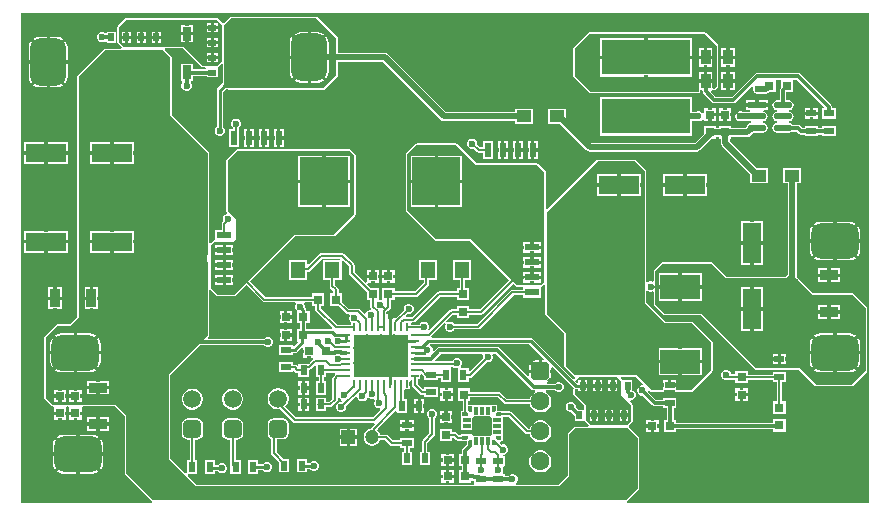
<source format=gbr>
%TF.GenerationSoftware,Altium Limited,Altium Designer,25.4.2 (15)*%
G04 Layer_Physical_Order=1*
G04 Layer_Color=255*
%FSLAX45Y45*%
%MOMM*%
%TF.SameCoordinates,3CA1961E-9661-47C5-9BAE-CD2B19B8C498*%
%TF.FilePolarity,Positive*%
%TF.FileFunction,Copper,L1,Top,Signal*%
%TF.Part,Single*%
G01*
G75*
%TA.AperFunction,SMDPad,CuDef*%
%ADD10R,7.50000X3.00000*%
%ADD11R,1.60000X3.50000*%
%ADD12R,4.10000X4.10000*%
%ADD13R,0.90000X0.60000*%
%ADD14R,0.80000X0.80000*%
%ADD15R,0.80000X0.80000*%
%ADD16R,0.60000X0.90000*%
%ADD17R,1.27000X0.60960*%
%ADD18C,3.35614*%
G04:AMPARAMS|DCode=19|XSize=3mm|YSize=4mm|CornerRadius=0.75mm|HoleSize=0mm|Usage=FLASHONLY|Rotation=90.000|XOffset=0mm|YOffset=0mm|HoleType=Round|Shape=RoundedRectangle|*
%AMROUNDEDRECTD19*
21,1,3.00000,2.50000,0,0,90.0*
21,1,1.50000,4.00000,0,0,90.0*
1,1,1.50000,1.25000,0.75000*
1,1,1.50000,1.25000,-0.75000*
1,1,1.50000,-1.25000,-0.75000*
1,1,1.50000,-1.25000,0.75000*
%
%ADD19ROUNDEDRECTD19*%
%ADD20R,0.60960X1.27000*%
%ADD21R,3.50000X1.60000*%
G04:AMPARAMS|DCode=22|XSize=3mm|YSize=4mm|CornerRadius=0.75mm|HoleSize=0mm|Usage=FLASHONLY|Rotation=0.000|XOffset=0mm|YOffset=0mm|HoleType=Round|Shape=RoundedRectangle|*
%AMROUNDEDRECTD22*
21,1,3.00000,2.50000,0,0,0.0*
21,1,1.50000,4.00000,0,0,0.0*
1,1,1.50000,0.75000,-1.25000*
1,1,1.50000,-0.75000,-1.25000*
1,1,1.50000,-0.75000,1.25000*
1,1,1.50000,0.75000,1.25000*
%
%ADD22ROUNDEDRECTD22*%
%ADD23C,3.68719*%
%ADD24R,0.50000X0.65000*%
%ADD25R,1.28000X1.04000*%
%ADD26R,0.90000X1.30000*%
G04:AMPARAMS|DCode=27|XSize=1.55439mm|YSize=0.57213mm|CornerRadius=0.28606mm|HoleSize=0mm|Usage=FLASHONLY|Rotation=0.000|XOffset=0mm|YOffset=0mm|HoleType=Round|Shape=RoundedRectangle|*
%AMROUNDEDRECTD27*
21,1,1.55439,0.00000,0,0,0.0*
21,1,0.98226,0.57213,0,0,0.0*
1,1,0.57213,0.49113,0.00000*
1,1,0.57213,-0.49113,0.00000*
1,1,0.57213,-0.49113,0.00000*
1,1,0.57213,0.49113,0.00000*
%
%ADD27ROUNDEDRECTD27*%
%ADD28R,1.55439X0.57213*%
%ADD29R,3.40000X2.10000*%
%TA.AperFunction,BGAPad,CuDef*%
%ADD30R,0.10000X0.10000*%
%TA.AperFunction,SMDPad,CuDef*%
%ADD31R,0.30000X0.70000*%
%TA.AperFunction,BGAPad,CuDef*%
%ADD32R,0.10000X0.10000*%
%TA.AperFunction,SMDPad,CuDef*%
%ADD33R,0.70000X0.30000*%
%ADD34R,1.60000X0.90000*%
%ADD35R,1.30000X1.40000*%
G04:AMPARAMS|DCode=36|XSize=3.6mm|YSize=4.6mm|CornerRadius=0.054mm|HoleSize=0mm|Usage=FLASHONLY|Rotation=90.000|XOffset=0mm|YOffset=0mm|HoleType=Round|Shape=RoundedRectangle|*
%AMROUNDEDRECTD36*
21,1,3.60000,4.49200,0,0,90.0*
21,1,3.49200,4.60000,0,0,90.0*
1,1,0.10800,2.24600,1.74600*
1,1,0.10800,2.24600,-1.74600*
1,1,0.10800,-2.24600,-1.74600*
1,1,0.10800,-2.24600,1.74600*
%
%ADD36ROUNDEDRECTD36*%
G04:AMPARAMS|DCode=37|XSize=0.25mm|YSize=0.6mm|CornerRadius=0.05mm|HoleSize=0mm|Usage=FLASHONLY|Rotation=90.000|XOffset=0mm|YOffset=0mm|HoleType=Round|Shape=RoundedRectangle|*
%AMROUNDEDRECTD37*
21,1,0.25000,0.50000,0,0,90.0*
21,1,0.15000,0.60000,0,0,90.0*
1,1,0.10000,0.25000,0.07500*
1,1,0.10000,0.25000,-0.07500*
1,1,0.10000,-0.25000,-0.07500*
1,1,0.10000,-0.25000,0.07500*
%
%ADD37ROUNDEDRECTD37*%
G04:AMPARAMS|DCode=38|XSize=0.6mm|YSize=0.25mm|CornerRadius=0.05mm|HoleSize=0mm|Usage=FLASHONLY|Rotation=90.000|XOffset=0mm|YOffset=0mm|HoleType=Round|Shape=RoundedRectangle|*
%AMROUNDEDRECTD38*
21,1,0.60000,0.15000,0,0,90.0*
21,1,0.50000,0.25000,0,0,90.0*
1,1,0.10000,0.07500,0.25000*
1,1,0.10000,0.07500,-0.25000*
1,1,0.10000,-0.07500,-0.25000*
1,1,0.10000,-0.07500,0.25000*
%
%ADD38ROUNDEDRECTD38*%
%ADD39R,0.75000X1.25000*%
%ADD40R,0.65000X0.50000*%
%ADD41R,0.90000X1.60000*%
%TA.AperFunction,Conductor*%
%ADD42C,0.50000*%
%ADD43C,0.25000*%
%ADD44C,0.20000*%
%ADD45C,0.30000*%
%ADD46C,0.25400*%
%TA.AperFunction,ComponentPad*%
%ADD47R,1.20000X1.20000*%
%ADD48C,1.20000*%
%ADD49C,1.52000*%
G04:AMPARAMS|DCode=50|XSize=1.52mm|YSize=1.52mm|CornerRadius=0.38mm|HoleSize=0mm|Usage=FLASHONLY|Rotation=90.000|XOffset=0mm|YOffset=0mm|HoleType=Round|Shape=RoundedRectangle|*
%AMROUNDEDRECTD50*
21,1,1.52000,0.76000,0,0,90.0*
21,1,0.76000,1.52000,0,0,90.0*
1,1,0.76000,0.38000,0.38000*
1,1,0.76000,0.38000,-0.38000*
1,1,0.76000,-0.38000,-0.38000*
1,1,0.76000,-0.38000,0.38000*
%
%ADD50ROUNDEDRECTD50*%
%ADD51C,1.60000*%
G04:AMPARAMS|DCode=52|XSize=1.6mm|YSize=1.6mm|CornerRadius=0.4mm|HoleSize=0mm|Usage=FLASHONLY|Rotation=270.000|XOffset=0mm|YOffset=0mm|HoleType=Round|Shape=RoundedRectangle|*
%AMROUNDEDRECTD52*
21,1,1.60000,0.80000,0,0,270.0*
21,1,0.80000,1.60000,0,0,270.0*
1,1,0.80000,-0.40000,-0.40000*
1,1,0.80000,-0.40000,0.40000*
1,1,0.80000,0.40000,0.40000*
1,1,0.80000,0.40000,-0.40000*
%
%ADD52ROUNDEDRECTD52*%
%TA.AperFunction,ViaPad*%
%ADD53C,0.60000*%
%ADD54C,0.50000*%
G36*
X9608182Y8778354D02*
Y8468194D01*
X9569988Y8430000D01*
X9450000Y8430000D01*
X9290000Y8590000D01*
X8776943D01*
X8739127Y8627816D01*
Y8759127D01*
X8800000Y8820000D01*
X9566536D01*
X9608182Y8778354D01*
D02*
G37*
G36*
X10578931Y8661069D02*
Y8348931D01*
X10470000Y8240000D01*
X9670000D01*
X9630000Y8280000D01*
Y8775991D01*
X9645156Y8791148D01*
D01*
D01*
X9684008Y8830000D01*
X10410000D01*
X10578931Y8661069D01*
D02*
G37*
G36*
X15089609Y4729413D02*
X13045448D01*
X13043326Y4733440D01*
X13041554Y4742113D01*
X13139720Y4840279D01*
X13143747Y4850000D01*
X13143745Y4850000D01*
Y5280000D01*
X13139720Y5289720D01*
X13139720Y5289721D01*
X13059720Y5369720D01*
X13057304Y5370721D01*
X13054903Y5385462D01*
X13084192Y5414750D01*
X13084193Y5414751D01*
X13088220Y5424471D01*
X13088219Y5424473D01*
Y5555527D01*
X13084193Y5565248D01*
X13069720Y5579720D01*
X13064841Y5584600D01*
X13065022Y5587013D01*
X13070100Y5597300D01*
X13078494D01*
X13094186Y5603801D01*
X13106200Y5615812D01*
X13112700Y5631506D01*
Y5648493D01*
X13106200Y5664187D01*
X13094186Y5676199D01*
X13084700Y5680129D01*
Y5765200D01*
X13011453Y5765200D01*
X13002972Y5768468D01*
X12998837Y5770603D01*
X12984920Y5784520D01*
X12989780Y5796254D01*
X13114307D01*
X13175159Y5735400D01*
X13169899Y5722700D01*
X13161507D01*
X13145813Y5716199D01*
X13133801Y5704187D01*
X13127299Y5688494D01*
Y5671507D01*
X13133801Y5655813D01*
X13145813Y5643801D01*
X13161507Y5637300D01*
X13172758D01*
X13255029Y5555030D01*
X13255029Y5555029D01*
X13264192Y5548907D01*
X13275000Y5546757D01*
X13275002Y5546757D01*
X13342300D01*
Y5532300D01*
X13376756D01*
Y5432700D01*
X13352299D01*
Y5327300D01*
X13457700D01*
Y5351757D01*
X14277299D01*
Y5332300D01*
X14382700D01*
Y5437700D01*
X14277299D01*
Y5408243D01*
X13457700D01*
Y5432700D01*
X13433243D01*
Y5532300D01*
X13457700D01*
Y5617700D01*
X13342300D01*
Y5603243D01*
X13286699D01*
X13220541Y5669400D01*
X13220982Y5671616D01*
X13234763Y5675797D01*
X13240280Y5670280D01*
X13250000Y5666253D01*
X13250000Y5666254D01*
X13330553D01*
X13331834Y5666784D01*
X13333194Y5666510D01*
X13344942Y5668810D01*
X13348299Y5671038D01*
X13352020Y5672580D01*
X13352551Y5673862D01*
X13353706Y5674629D01*
X13354504Y5678578D01*
X13356046Y5682300D01*
X13443954D01*
X13445496Y5678578D01*
X13446294Y5674629D01*
X13447449Y5673862D01*
X13447980Y5672580D01*
X13451703Y5671038D01*
X13455058Y5668810D01*
X13466806Y5666510D01*
X13468166Y5666784D01*
X13469447Y5666254D01*
X13580000D01*
X13589720Y5670280D01*
X13589722Y5670280D01*
X13759720Y5840280D01*
X13763747Y5850000D01*
X13763747Y5850000D01*
Y6089999D01*
X13763747Y6090000D01*
X13759721Y6099721D01*
X13759718Y6099721D01*
X13599719Y6259720D01*
X13589999Y6263747D01*
X13589999Y6263746D01*
X13365694D01*
X13203748Y6425694D01*
Y6517906D01*
X13215813Y6523801D01*
X13231506Y6517300D01*
X13248492D01*
X13253552Y6519396D01*
X13266254Y6510910D01*
Y6410001D01*
X13266254Y6410000D01*
X13270279Y6400279D01*
X13270280Y6400279D01*
X13350281Y6320280D01*
X13360001Y6316253D01*
X13360001Y6316254D01*
X13664307D01*
X14120280Y5860280D01*
X14130000Y5856253D01*
X14130000Y5856253D01*
X14494305D01*
X14630280Y5720280D01*
X14639999Y5716253D01*
X14639999Y5716253D01*
X14939999D01*
X14949719Y5720280D01*
X14949721Y5720280D01*
X15069720Y5840280D01*
X15073747Y5850000D01*
X15073747Y5850000D01*
Y6379999D01*
X15073747Y6380000D01*
X15069720Y6389720D01*
X14959720Y6499720D01*
X14950000Y6503747D01*
X14950000Y6503746D01*
X14615694D01*
X14495711Y6623730D01*
X14494917Y6624917D01*
X14478439Y6641396D01*
Y6650000D01*
Y7435300D01*
X14516701D01*
Y7564700D01*
X14363300D01*
Y7435300D01*
X14401561D01*
Y6665922D01*
X14379385Y6643746D01*
X13885693D01*
X13769720Y6759720D01*
X13760001Y6763747D01*
X13759999Y6763746D01*
X13340001D01*
X13339999Y6763747D01*
X13330280Y6759721D01*
X13330280Y6759719D01*
X13270280Y6699720D01*
X13266254Y6690000D01*
X13266254Y6690000D01*
Y6609090D01*
X13253552Y6600604D01*
X13248492Y6602700D01*
X13231506D01*
X13215813Y6596199D01*
X13203748Y6602094D01*
Y7540000D01*
X13199719Y7549720D01*
X13119720Y7629720D01*
X13110001Y7633747D01*
X13109999Y7633746D01*
X12790001D01*
X12790000Y7633747D01*
X12780280Y7629720D01*
X12365480Y7214920D01*
X12353746Y7219781D01*
Y7529999D01*
X12353747Y7530000D01*
X12349721Y7539721D01*
X12349719Y7539721D01*
X12289720Y7599720D01*
X12280000Y7603747D01*
X12280000Y7603747D01*
X11765694D01*
X11599720Y7769720D01*
X11590000Y7773747D01*
X11589999Y7773746D01*
X11260000D01*
X11250280Y7769720D01*
X11170280Y7689720D01*
X11166253Y7680000D01*
X11166254Y7679999D01*
Y7200001D01*
X11166253Y7200000D01*
X11170280Y7190280D01*
X11410280Y6950280D01*
X11420000Y6946253D01*
X11420001Y6946254D01*
X11714306D01*
X12043914Y6616645D01*
X11795414Y6368145D01*
X11702700D01*
Y6397700D01*
X11597300D01*
Y6368145D01*
X11555000D01*
X11546143Y6366383D01*
X11538635Y6361366D01*
X11365942Y6188673D01*
X11356199Y6195813D01*
X11362700Y6211507D01*
Y6228494D01*
X11356199Y6244187D01*
X11344187Y6256199D01*
X11328493Y6262700D01*
X11311506D01*
X11295813Y6256199D01*
X11283801Y6244187D01*
X11281381Y6238345D01*
X11214860D01*
X11211332Y6244322D01*
X11218682Y6256855D01*
X11230000D01*
X11238857Y6258617D01*
X11246366Y6263634D01*
X11454587Y6471855D01*
X11597300D01*
Y6442300D01*
X11702700D01*
Y6547700D01*
X11668145D01*
Y6617300D01*
X11722700D01*
Y6782700D01*
X11567300D01*
Y6617300D01*
X11621855D01*
Y6547700D01*
X11597300D01*
Y6518145D01*
X11445000D01*
X11436143Y6516383D01*
X11428634Y6511366D01*
X11220413Y6303145D01*
X11172470D01*
X11167609Y6314878D01*
X11180464Y6327732D01*
X11181506Y6327300D01*
X11198493D01*
X11214187Y6333801D01*
X11226199Y6345813D01*
X11232700Y6361506D01*
Y6378493D01*
X11226199Y6394187D01*
X11214187Y6406199D01*
X11198493Y6412700D01*
X11181506D01*
X11165813Y6406199D01*
X11153801Y6394187D01*
X11147300Y6378493D01*
Y6361506D01*
X11147732Y6360464D01*
X11079416Y6292148D01*
X11065280Y6295972D01*
X11063830Y6301491D01*
X11065785Y6311323D01*
X11063830Y6321156D01*
X11058260Y6329492D01*
X11049924Y6335061D01*
X11040092Y6337017D01*
X11030259Y6335061D01*
X11021924Y6329492D01*
X11015845Y6323413D01*
X11013206Y6323594D01*
X11003145Y6327572D01*
Y6340413D01*
X11016366Y6353634D01*
X11016367Y6353635D01*
X11036366Y6373634D01*
X11041383Y6381143D01*
X11043145Y6390000D01*
Y6442300D01*
X11072700D01*
Y6471855D01*
X11255000D01*
X11263857Y6473617D01*
X11271366Y6478634D01*
X11356366Y6563634D01*
X11361383Y6571143D01*
X11363145Y6580000D01*
Y6617300D01*
X11432700D01*
Y6782700D01*
X11277300D01*
Y6617300D01*
X11316855D01*
Y6589587D01*
X11245413Y6518145D01*
X11072700D01*
Y6547700D01*
X10967300D01*
Y6452798D01*
X10958493Y6442700D01*
X10955400Y6442700D01*
X10942700Y6444231D01*
Y6547700D01*
X10870032D01*
X10838132Y6579600D01*
X10843393Y6592300D01*
X10847476Y6592300D01*
X10875000D01*
Y6606801D01*
X10905000D01*
Y6592300D01*
X10942700D01*
Y6630000D01*
X10928199D01*
Y6660000D01*
X10942700D01*
Y6697700D01*
X10905000D01*
Y6683199D01*
X10875000D01*
Y6697700D01*
X10837300D01*
Y6660000D01*
X10851801D01*
Y6630000D01*
X10837300D01*
Y6602802D01*
X10837300Y6598393D01*
X10824600Y6593132D01*
X10733145Y6684587D01*
Y6740000D01*
X10731383Y6748857D01*
X10726366Y6756366D01*
X10646366Y6836366D01*
X10638857Y6841383D01*
X10630000Y6843145D01*
X10450000D01*
X10441143Y6841383D01*
X10433634Y6836366D01*
X10344433Y6747165D01*
X10332700Y6752025D01*
Y6782700D01*
X10177300D01*
Y6617300D01*
X10332700D01*
Y6685140D01*
X10338284D01*
X10347142Y6686901D01*
X10354650Y6691919D01*
X10459587Y6796855D01*
X10608725D01*
X10609697Y6795400D01*
X10602909Y6782700D01*
X10467300D01*
Y6617300D01*
X10521855D01*
Y6565000D01*
X10523617Y6556143D01*
X10528634Y6548634D01*
X10551855Y6525413D01*
Y6502700D01*
X10522300D01*
Y6397300D01*
X10594969D01*
X10658635Y6333634D01*
X10666143Y6328617D01*
X10675000Y6326855D01*
X10683278D01*
X10690387Y6314155D01*
X10686160Y6303952D01*
Y6286965D01*
X10692661Y6271271D01*
X10701054Y6262878D01*
X10704668Y6258089D01*
X10704628Y6247106D01*
X10703254Y6240200D01*
Y6238345D01*
X10584387D01*
X10448145Y6374587D01*
Y6397300D01*
X10477700D01*
Y6502700D01*
X10372300D01*
Y6473145D01*
X9979587D01*
X9846086Y6606645D01*
X10049720Y6810279D01*
X10049721Y6810280D01*
X10225694Y6986253D01*
X10560000D01*
X10569720Y6990280D01*
X10569721Y6990280D01*
X10739720Y7160280D01*
X10743747Y7170000D01*
X10743746Y7170000D01*
Y7670000D01*
X10739720Y7679720D01*
X10739720Y7679721D01*
X10699720Y7719720D01*
X10690000Y7723747D01*
X10689999Y7723747D01*
X9740000D01*
X9730280Y7719720D01*
X9650280Y7639720D01*
X9646253Y7630000D01*
X9646254Y7629999D01*
Y7200000D01*
X9650280Y7190279D01*
X9655159Y7185400D01*
X9649899Y7172700D01*
X9649207D01*
X9633513Y7166199D01*
X9621501Y7154187D01*
X9615000Y7138493D01*
Y7121506D01*
X9618603Y7112810D01*
X9613634Y7107842D01*
X9608617Y7100333D01*
X9606855Y7091476D01*
Y7040180D01*
X9553800D01*
Y6966447D01*
X9550003Y6953759D01*
X9549999Y6953747D01*
X9547153Y6952568D01*
X9547153D01*
X9540279Y6949720D01*
X9540279Y6949720D01*
X9516447Y6925887D01*
X9503747Y6931147D01*
Y7690000D01*
X9499720Y7699720D01*
X9183746Y8015694D01*
Y8499999D01*
X9183747Y8500000D01*
X9179721Y8509721D01*
X9179719Y8509721D01*
X9125887Y8563554D01*
X9131148Y8576254D01*
X9284306D01*
X9440280Y8420280D01*
X9450000Y8416253D01*
X9450001Y8416253D01*
X9468948D01*
X9478132Y8404838D01*
X9476250Y8399665D01*
X9475476Y8398891D01*
X9365157D01*
Y8447379D01*
X9264756D01*
Y8296979D01*
X9268632D01*
X9273893Y8284279D01*
X9273801Y8284187D01*
X9267300Y8268493D01*
Y8251506D01*
X9273801Y8235813D01*
X9285813Y8223801D01*
X9301506Y8217300D01*
X9318493D01*
X9334187Y8223801D01*
X9346199Y8235813D01*
X9352700Y8251506D01*
Y8268493D01*
X9346199Y8284187D01*
X9346107Y8284279D01*
X9351368Y8296979D01*
X9365157D01*
Y8342405D01*
X9484456D01*
Y8332948D01*
X9574856D01*
Y8404523D01*
X9574857Y8407368D01*
X9575251Y8409679D01*
X9578210Y8419659D01*
X9579708Y8420279D01*
Y8420280D01*
X9604520Y8445092D01*
X9616254Y8440232D01*
Y8282013D01*
X9571832Y8237591D01*
X9566262Y8229256D01*
X9564306Y8219423D01*
Y7914693D01*
X9553801Y7904187D01*
X9547300Y7888493D01*
Y7871506D01*
X9553801Y7855813D01*
X9565813Y7843801D01*
X9581507Y7837300D01*
X9598494D01*
X9614188Y7843801D01*
X9626199Y7855813D01*
X9632700Y7871506D01*
Y7888493D01*
X9626199Y7904187D01*
X9615694Y7914693D01*
Y8208781D01*
X9640931Y8234018D01*
X9656541D01*
X9660280Y8230280D01*
X9670000Y8226253D01*
X9670000Y8226254D01*
X10470000D01*
X10479720Y8230280D01*
X10479720Y8230280D01*
X10588652Y8339211D01*
X10592678Y8348931D01*
X10592678Y8348932D01*
Y8461561D01*
X10974078D01*
X11462820Y7972820D01*
X11475290Y7964487D01*
X11490000Y7961561D01*
X11490001Y7961561D01*
X12093300D01*
Y7935300D01*
X12246700D01*
Y8064700D01*
X12093300D01*
Y8038439D01*
X11505922D01*
X11017180Y8527180D01*
X11004710Y8535513D01*
X10990000Y8538439D01*
X10989999Y8538439D01*
X10592678D01*
Y8661069D01*
X10588652Y8670789D01*
X10588651Y8670789D01*
X10419720Y8839720D01*
X10410000Y8843747D01*
X10409999Y8843747D01*
X9684009D01*
X9684007Y8843748D01*
X9674287Y8839721D01*
X9674286Y8839719D01*
X9635437Y8800869D01*
X9635436Y8800868D01*
X9635436Y8800868D01*
X9628569Y8794001D01*
X9628055Y8793715D01*
X9611295Y8794681D01*
X9576256Y8829720D01*
X9566536Y8833747D01*
X9566535Y8833746D01*
X8800000D01*
X8790280Y8829720D01*
X8790279Y8829720D01*
X8729407Y8768847D01*
X8725380Y8759127D01*
X8725381Y8759126D01*
Y8627816D01*
X8729407Y8618096D01*
X8761056Y8586446D01*
X8755796Y8573746D01*
X8620001D01*
X8620000Y8573747D01*
X8610279Y8569721D01*
X8610279Y8569719D01*
X8390280Y8349720D01*
X8386253Y8340000D01*
X8386253Y8339999D01*
Y6305694D01*
X8324306Y6243746D01*
X8220000D01*
X8210280Y6239720D01*
X8210279Y6239720D01*
X8180280Y6209720D01*
X8110280Y6139720D01*
X8106253Y6130000D01*
X8106254Y6129999D01*
Y5860000D01*
X8106253Y5860000D01*
X8106254Y5859999D01*
Y5620001D01*
X8106253Y5620000D01*
X8110279Y5610279D01*
X8110281Y5610279D01*
X8170279Y5550280D01*
X8178644Y5546815D01*
X8183936Y5541242D01*
X8187300Y5536960D01*
X8187300Y5533553D01*
Y5500000D01*
X8201801D01*
Y5470000D01*
X8187300D01*
Y5432300D01*
X8225000D01*
Y5446801D01*
X8255000D01*
Y5432300D01*
X8292700D01*
Y5470000D01*
X8278199D01*
Y5500000D01*
X8292700D01*
Y5533553D01*
X8292700Y5537700D01*
X8301857Y5546254D01*
X8308143D01*
X8317300Y5537700D01*
X8317300Y5533553D01*
Y5500000D01*
X8331801D01*
Y5470000D01*
X8317300D01*
Y5432300D01*
X8355000D01*
Y5446801D01*
X8385000D01*
Y5432300D01*
X8422700D01*
Y5470000D01*
X8408199D01*
Y5500000D01*
X8422700D01*
Y5533553D01*
X8422700Y5537700D01*
X8431857Y5546254D01*
X8704306D01*
X8786253Y5464306D01*
Y4980001D01*
X8786252Y4980000D01*
X8790279Y4970279D01*
X8790281Y4970279D01*
X9018446Y4742113D01*
X9016674Y4733440D01*
X9014552Y4729413D01*
X7910391D01*
Y8879609D01*
X15089609D01*
Y4729413D01*
D02*
G37*
G36*
X10730000Y7670000D02*
Y7170000D01*
X10560000Y7000000D01*
X10220000D01*
X10040000Y6820000D01*
X9710000Y6490000D01*
X9580000D01*
X9520000Y6550000D01*
Y6910000D01*
X9550000Y6940000D01*
X9710000Y6940000D01*
X9730000Y6960000D01*
Y7129999D01*
X9660000Y7200000D01*
Y7630000D01*
X9740000Y7710000D01*
X10690000D01*
X10730000Y7670000D01*
D02*
G37*
G36*
X11760000Y7590000D02*
X12280000D01*
X12340000Y7530000D01*
Y6600000D01*
X12310000Y6570000D01*
X12110000D01*
X11720000Y6960000D01*
X11420000D01*
X11180000Y7200000D01*
Y7680000D01*
X11260000Y7760000D01*
X11590000D01*
X11760000Y7590000D01*
D02*
G37*
G36*
X9953634Y6433634D02*
X9961143Y6428617D01*
X9970000Y6426855D01*
X10228508D01*
X10233801Y6414187D01*
X10227300Y6398493D01*
Y6381506D01*
X10233801Y6365813D01*
X10245812Y6353800D01*
X10246322Y6353423D01*
X10247300Y6352700D01*
X10247300D01*
X10247300Y6352700D01*
Y6247300D01*
X10274307D01*
Y6202700D01*
X10247300D01*
Y6097300D01*
X10247579D01*
X10252440Y6085567D01*
X10220400Y6053527D01*
X10207700Y6057534D01*
Y6067700D01*
X10092300D01*
Y5982300D01*
X10207700D01*
Y5999307D01*
X10228209D01*
X10238042Y6001262D01*
X10246378Y6006832D01*
X10280567Y6041021D01*
X10292300Y6036161D01*
Y6025000D01*
X10306801D01*
Y5995000D01*
X10292300D01*
Y5957300D01*
X10330000D01*
Y5971801D01*
X10360000D01*
Y5957300D01*
X10376999D01*
X10378623Y5955099D01*
X10381740Y5944600D01*
X10352412Y5915272D01*
X10343375Y5907700D01*
Y5907700D01*
X10343375Y5907700D01*
X10257976D01*
Y5892716D01*
X10245276Y5887456D01*
X10241366Y5891366D01*
X10233857Y5896383D01*
X10225000Y5898145D01*
X10207700D01*
Y5917700D01*
X10092300D01*
Y5832300D01*
X10207700D01*
Y5841608D01*
X10220400Y5846869D01*
X10230350Y5836919D01*
X10237858Y5831901D01*
X10246716Y5830140D01*
X10257976D01*
Y5792300D01*
X10343376D01*
Y5855943D01*
X10348960D01*
X10357817Y5857705D01*
X10365325Y5862722D01*
X10396243Y5893639D01*
X10407976Y5888779D01*
Y5792300D01*
X10427531D01*
Y5757700D01*
X10407976D01*
Y5642300D01*
X10493376D01*
Y5757700D01*
X10473821D01*
Y5792300D01*
X10493376D01*
Y5827055D01*
X10564631D01*
X10567405Y5822959D01*
X10569523Y5814355D01*
X10550034Y5794866D01*
X10545017Y5787357D01*
X10543255Y5778500D01*
Y5610287D01*
X10518713Y5585745D01*
X10493376D01*
Y5620300D01*
X10407976D01*
Y5577232D01*
X10404117Y5571457D01*
X10402355Y5562600D01*
X10404117Y5553743D01*
X10407976Y5547968D01*
Y5504900D01*
X10493376D01*
Y5539455D01*
X10528300D01*
X10537157Y5541217D01*
X10544666Y5546234D01*
X10582766Y5584334D01*
X10587783Y5591843D01*
X10589545Y5600700D01*
Y5617043D01*
X10602245Y5619569D01*
X10603801Y5615812D01*
X10615813Y5603801D01*
X10619083Y5602446D01*
X10623513Y5587002D01*
X10620363Y5582700D01*
X10611507D01*
X10595813Y5576199D01*
X10583801Y5564187D01*
X10577300Y5548494D01*
Y5531507D01*
X10583801Y5515813D01*
X10595813Y5503801D01*
X10611507Y5497300D01*
X10628494D01*
X10644187Y5503801D01*
X10656199Y5515813D01*
X10662700Y5531507D01*
Y5548494D01*
X10662268Y5549537D01*
X10744600Y5631869D01*
X10757300Y5626608D01*
Y5621506D01*
X10763801Y5605813D01*
X10775813Y5593801D01*
X10791506Y5587300D01*
X10808493D01*
X10824187Y5593801D01*
X10836199Y5605813D01*
X10840358Y5615852D01*
X10854118Y5619649D01*
X10854599Y5619571D01*
X10857614Y5616556D01*
X10873307Y5610055D01*
X10890294D01*
X10903640Y5601909D01*
X10904350Y5594737D01*
X10903801Y5594187D01*
X10897300Y5578494D01*
Y5561507D01*
X10903801Y5545813D01*
X10915813Y5533801D01*
X10931506Y5527300D01*
X10946608D01*
X10950372Y5522224D01*
X10952835Y5515567D01*
X10890414Y5453145D01*
X10239051D01*
X10147161Y5545034D01*
X10156428Y5554301D01*
X10168105Y5574527D01*
X10174150Y5597086D01*
Y5620442D01*
X10168105Y5643001D01*
X10156428Y5663227D01*
X10139913Y5679741D01*
X10119687Y5691419D01*
X10097128Y5697464D01*
X10073773D01*
X10051214Y5691419D01*
X10030988Y5679741D01*
X10014473Y5663227D01*
X10002796Y5643001D01*
X9996751Y5620442D01*
Y5597086D01*
X10002796Y5574527D01*
X10014473Y5554301D01*
X10030988Y5537786D01*
X10051214Y5526109D01*
X10073773Y5520064D01*
X10097128D01*
X10104652Y5522080D01*
X10213098Y5413634D01*
X10220607Y5408617D01*
X10229464Y5406855D01*
X10896163D01*
X10901440Y5397010D01*
X10901802Y5394534D01*
X10880214Y5372945D01*
X10875197Y5365437D01*
X10873568Y5357249D01*
X10871760D01*
X10853270Y5352295D01*
X10836692Y5342724D01*
X10823157Y5329188D01*
X10813585Y5312610D01*
X10808631Y5294120D01*
Y5274978D01*
X10813585Y5256488D01*
X10823157Y5239911D01*
X10836692Y5226375D01*
X10853270Y5216804D01*
X10871760Y5211849D01*
X10890902D01*
X10909392Y5216804D01*
X10925970Y5226375D01*
X10939505Y5239911D01*
X10949077Y5256488D01*
X10950032Y5260055D01*
X10988613D01*
X11031434Y5217234D01*
X11038943Y5212217D01*
X11047800Y5210455D01*
X11118300D01*
Y5190900D01*
X11154055D01*
Y5163100D01*
X11134500D01*
Y5047700D01*
X11219900D01*
Y5163100D01*
X11200345D01*
Y5190900D01*
X11233700D01*
Y5276300D01*
X11118300D01*
Y5256745D01*
X11057387D01*
X11014566Y5299566D01*
X11007057Y5304583D01*
X10998200Y5306345D01*
X10950756D01*
X10949077Y5312610D01*
X10939505Y5329188D01*
X10925970Y5342724D01*
X10928601Y5355869D01*
X11076601Y5503869D01*
X11088334Y5499009D01*
Y5489575D01*
X11173734D01*
Y5604975D01*
X11153062D01*
Y5685825D01*
X11163101Y5692648D01*
X11165762Y5693255D01*
X11171301Y5692153D01*
X11186300D01*
X11193207Y5693527D01*
X11199061Y5697439D01*
X11202974Y5703294D01*
X11204347Y5710200D01*
Y5720200D01*
X11189499D01*
Y5750200D01*
X11204347D01*
Y5760200D01*
X11214782Y5770234D01*
X11217189Y5769581D01*
X11220656Y5767057D01*
Y5726200D01*
X11222417Y5717342D01*
X11227435Y5709834D01*
X11288635Y5648634D01*
X11296143Y5643617D01*
X11305000Y5641855D01*
X11322300D01*
Y5622300D01*
X11437700D01*
Y5707700D01*
X11322300D01*
Y5698392D01*
X11309600Y5693131D01*
X11266945Y5735786D01*
Y5774653D01*
X11268800D01*
X11275707Y5776027D01*
X11281561Y5779939D01*
X11285473Y5785794D01*
X11286847Y5792700D01*
Y5807700D01*
X11285665Y5813643D01*
X11286230Y5814391D01*
X11299608Y5817660D01*
X11322300Y5794968D01*
Y5772300D01*
X11437700D01*
Y5786855D01*
X11462300D01*
Y5752300D01*
X11547700D01*
Y5867700D01*
X11547700D01*
X11549739Y5879555D01*
X11570058D01*
X11575813Y5873801D01*
X11591506Y5867300D01*
X11608493Y5867300D01*
X11612300Y5855567D01*
Y5752300D01*
X11697700D01*
Y5786855D01*
X11710000D01*
X11718857Y5788617D01*
X11726366Y5793634D01*
X11850463Y5917732D01*
X11851506Y5917300D01*
X11868493D01*
X11884187Y5923801D01*
X11896199Y5935813D01*
X11902700Y5951507D01*
Y5968494D01*
X11898324Y5979057D01*
X11905223Y5991757D01*
X11928302D01*
X12230029Y5690029D01*
X12239192Y5683907D01*
X12250000Y5681757D01*
X12250001Y5681757D01*
X12257893D01*
X12261296Y5669057D01*
X12249381Y5662178D01*
X12232122Y5644919D01*
X12219918Y5623781D01*
X12216532Y5611145D01*
X12023787D01*
X11973475Y5661456D01*
X11965967Y5666474D01*
X11957109Y5668235D01*
X11714200D01*
Y5697790D01*
X11608801D01*
Y5592391D01*
X11648355D01*
Y5508146D01*
X11646500D01*
X11636780Y5504120D01*
X11632754Y5494400D01*
Y5464400D01*
X11635021Y5458927D01*
X11633800Y5457100D01*
X11633800D01*
Y5401700D01*
Y5344400D01*
X11648301D01*
Y5314400D01*
X11633800D01*
Y5302755D01*
X11621100Y5302632D01*
X11602966Y5320766D01*
X11595457Y5325783D01*
X11586600Y5327545D01*
X11560500D01*
Y5357100D01*
X11455100D01*
Y5251700D01*
X11560500D01*
Y5281255D01*
X11577013D01*
X11595234Y5263034D01*
X11602743Y5258017D01*
X11611600Y5256255D01*
X11636127D01*
X11636780Y5254679D01*
X11646500Y5250653D01*
X11671020D01*
X11681621Y5249521D01*
X11682754Y5238920D01*
Y5220295D01*
X11651329Y5188871D01*
X11645207Y5179708D01*
X11643057Y5168900D01*
X11643057Y5168899D01*
Y5145400D01*
X11617400D01*
Y5040000D01*
X11641857D01*
Y5005700D01*
X11617400D01*
Y4900300D01*
X11722800D01*
Y4911095D01*
X11723587Y4912435D01*
X11734000Y4919513D01*
X11742167Y4917390D01*
X11746700Y4912857D01*
X11746700Y4887900D01*
X11735720Y4883746D01*
X9395694D01*
X9319840Y4959600D01*
X9325101Y4972300D01*
X9397700D01*
Y5087700D01*
X9383145D01*
Y5263307D01*
X9398000D01*
X9417782Y5267242D01*
X9434553Y5278447D01*
X9445758Y5295218D01*
X9449693Y5315000D01*
Y5391000D01*
X9445758Y5410782D01*
X9434553Y5427553D01*
X9417782Y5438758D01*
X9398000Y5442693D01*
X9322000D01*
X9302218Y5438758D01*
X9285448Y5427553D01*
X9274242Y5410782D01*
X9270307Y5391000D01*
Y5315000D01*
X9274242Y5295218D01*
X9285448Y5278447D01*
X9302218Y5267242D01*
X9322000Y5263307D01*
X9336855D01*
Y5087700D01*
X9312300D01*
Y4985101D01*
X9299600Y4979841D01*
X9173746Y5105694D01*
Y5814306D01*
X9421198Y6061757D01*
X9967856D01*
X9975813Y6053801D01*
X9991507Y6047300D01*
X10008494D01*
X10024187Y6053801D01*
X10036199Y6065813D01*
X10042700Y6081507D01*
Y6098494D01*
X10036199Y6114187D01*
X10024187Y6126199D01*
X10008494Y6132700D01*
X9991507D01*
X9975813Y6126199D01*
X9967856Y6118243D01*
X9494277D01*
X9489417Y6129976D01*
X9499720Y6140280D01*
X9503747Y6150000D01*
X9503747Y6150000D01*
Y6528852D01*
X9516447Y6534113D01*
X9570280Y6480280D01*
X9580000Y6476253D01*
X9580000Y6476253D01*
X9710000D01*
X9719720Y6480280D01*
X9719721Y6480280D01*
X9813355Y6573914D01*
X9953634Y6433634D01*
D02*
G37*
G36*
X12346253Y6570220D02*
Y6330000D01*
X12350280Y6320280D01*
X12350280Y6320279D01*
X12506254Y6164306D01*
Y5890001D01*
X12506253Y5890000D01*
X12510279Y5880279D01*
X12510281Y5880279D01*
X12590280Y5800280D01*
X12594053Y5798717D01*
X12598380Y5784520D01*
X12594116Y5778890D01*
X12581489D01*
X12242210Y6118168D01*
X12233875Y6123738D01*
X12224042Y6125694D01*
X11386386D01*
X11381125Y6138394D01*
X11494058Y6251327D01*
X11503801Y6244187D01*
X11497300Y6228494D01*
Y6211507D01*
X11503801Y6195813D01*
X11515813Y6183801D01*
X11531507Y6177300D01*
X11548494D01*
X11564187Y6183801D01*
X11576199Y6195813D01*
X11576631Y6196855D01*
X11780000D01*
X11788857Y6198617D01*
X11796366Y6203634D01*
X12079087Y6486355D01*
X12157100D01*
Y6466320D01*
X12309500D01*
Y6544523D01*
X12309669Y6548497D01*
X12314378Y6556402D01*
X12319149Y6560043D01*
X12319720Y6560279D01*
Y6560280D01*
X12334520Y6575080D01*
X12346253Y6570220D01*
D02*
G37*
G36*
X10686855Y6730413D02*
Y6675000D01*
X10688617Y6666143D01*
X10693634Y6658635D01*
X10837300Y6514968D01*
Y6442300D01*
X10866855D01*
Y6390000D01*
X10868617Y6381143D01*
X10872454Y6375400D01*
X10870650Y6368990D01*
X10866608Y6362700D01*
X10861507D01*
X10845813Y6356199D01*
X10833801Y6344187D01*
X10828735Y6331957D01*
X10815567Y6327165D01*
X10776366Y6366366D01*
X10768857Y6371383D01*
X10760000Y6373145D01*
X10684587D01*
X10627700Y6430032D01*
Y6502700D01*
X10598145D01*
Y6535000D01*
X10596383Y6543857D01*
X10591366Y6551366D01*
X10568145Y6574587D01*
Y6617300D01*
X10622700D01*
Y6776608D01*
X10635400Y6781869D01*
X10686855Y6730413D01*
D02*
G37*
G36*
X12100280Y6560280D02*
X12110000Y6556253D01*
X12110000Y6556254D01*
X12145880D01*
X12154854Y6553395D01*
X12156313Y6540838D01*
X12148119Y6532645D01*
X12069500D01*
X12060643Y6530883D01*
X12053134Y6525866D01*
X11770413Y6243145D01*
X11576631D01*
X11576199Y6244187D01*
X11564187Y6256199D01*
X11548494Y6262700D01*
X11531507D01*
X11515813Y6256199D01*
X11508673Y6265942D01*
X11564587Y6321856D01*
X11597300D01*
Y6292300D01*
X11702700D01*
Y6321856D01*
X11805000D01*
X11813858Y6323617D01*
X11821366Y6328635D01*
X12076645Y6583914D01*
X12100280Y6560280D01*
D02*
G37*
G36*
X10372300Y6397300D02*
X10401855D01*
Y6365000D01*
X10403617Y6356143D01*
X10408635Y6348634D01*
X10545731Y6211537D01*
X10542443Y6202755D01*
X10539822Y6199486D01*
X10352700D01*
Y6202700D01*
X10325694D01*
Y6247300D01*
X10352700D01*
Y6352700D01*
X10325694D01*
Y6360000D01*
X10323738Y6369832D01*
X10318168Y6378168D01*
X10312700Y6383636D01*
Y6398493D01*
X10306199Y6414187D01*
X10311492Y6426855D01*
X10372300D01*
Y6397300D01*
D02*
G37*
G36*
X12339274Y5948432D02*
X12334013Y5935732D01*
X12321300D01*
Y5920199D01*
X12291300D01*
Y5935732D01*
X12266300D01*
X12245738Y5931642D01*
X12241022Y5928491D01*
X12251956Y5917557D01*
X12230743Y5896344D01*
X12219809Y5907278D01*
X12216658Y5902562D01*
X12212568Y5882000D01*
Y5857000D01*
X12228101D01*
Y5827000D01*
X12212568D01*
Y5805335D01*
X12201230Y5798712D01*
X11959971Y6039971D01*
X11950808Y6046093D01*
X11940000Y6048243D01*
X11939999Y6048243D01*
X11451600D01*
X11440791Y6046093D01*
X11431629Y6039971D01*
X11405400Y6013742D01*
X11392700Y6019002D01*
Y6028493D01*
X11386199Y6044187D01*
X11374188Y6056199D01*
X11370397Y6071376D01*
X11372742Y6074306D01*
X12213400D01*
X12339274Y5948432D01*
D02*
G37*
G36*
X11821676Y5979057D02*
X11817300Y5968494D01*
Y5951507D01*
X11817732Y5950464D01*
X11710400Y5843132D01*
X11697700Y5848392D01*
Y5867700D01*
X11636047D01*
X11630786Y5880400D01*
X11636199Y5885813D01*
X11642700Y5901507D01*
Y5918494D01*
X11636199Y5934188D01*
X11624187Y5946199D01*
X11608493Y5952700D01*
X11591506D01*
X11575813Y5946199D01*
X11563801Y5934188D01*
X11560345Y5925845D01*
X11415346D01*
X11410086Y5938545D01*
X11463298Y5991757D01*
X11814777D01*
X11821676Y5979057D01*
D02*
G37*
G36*
X12585874Y5701832D02*
X12589689Y5699283D01*
X12588505Y5696425D01*
X12586320Y5692336D01*
X12586528Y5691650D01*
X12586253Y5690989D01*
Y5650001D01*
X12586252Y5650000D01*
X12590279Y5640279D01*
X12590281Y5640279D01*
X12676254Y5554306D01*
Y5525600D01*
X12670700Y5515200D01*
X12663553Y5515200D01*
X12627741D01*
X12605989Y5536952D01*
Y5549976D01*
X12599488Y5565670D01*
X12587476Y5577682D01*
X12571783Y5584182D01*
X12554796D01*
X12539102Y5577682D01*
X12527090Y5565670D01*
X12520589Y5549976D01*
Y5532989D01*
X12527090Y5517295D01*
X12539102Y5505283D01*
X12554796Y5498783D01*
X12564276D01*
X12595300Y5467759D01*
Y5424800D01*
X12667368Y5424800D01*
X12669239Y5424533D01*
X12677027Y5421532D01*
X12681162Y5419398D01*
X12714113Y5386446D01*
X12708852Y5373746D01*
X12600000D01*
X12600000Y5373747D01*
X12590280Y5369720D01*
X12585487Y5364927D01*
X12583780Y5364220D01*
X12583072Y5362513D01*
X12540280Y5319720D01*
X12536253Y5310000D01*
X12536254Y5310000D01*
Y4965694D01*
X12454306Y4883746D01*
X12100726D01*
X12100448Y4884174D01*
X12096833Y4896446D01*
X12106199Y4905813D01*
X12112700Y4921507D01*
Y4938494D01*
X12106199Y4954187D01*
X12094187Y4966199D01*
X12078493Y4972700D01*
X12061506D01*
X12045813Y4966199D01*
X12038156Y4958543D01*
X12006900D01*
Y4973300D01*
X11991647D01*
X11986199Y4985813D01*
X11992700Y5001506D01*
Y5018493D01*
X11989922Y5025200D01*
X11998408Y5037900D01*
X12006900D01*
Y5123300D01*
X11985880D01*
X11985222Y5124600D01*
X11993030Y5137300D01*
X11998493D01*
X12014187Y5143801D01*
X12026199Y5155813D01*
X12032700Y5171507D01*
Y5188494D01*
X12026199Y5204187D01*
X12014187Y5216199D01*
X11998493Y5222700D01*
X11981506D01*
X11980463Y5222268D01*
X11963811Y5238920D01*
X11968672Y5250653D01*
X11976500D01*
X11986220Y5254679D01*
X11990247Y5264400D01*
Y5294400D01*
X11987980Y5299873D01*
X11989200Y5301700D01*
X11989200D01*
Y5351700D01*
Y5456255D01*
X12037014D01*
X12175634Y5317634D01*
X12183143Y5312617D01*
X12192000Y5310855D01*
X12216532D01*
X12219918Y5298219D01*
X12232122Y5277081D01*
X12249381Y5259822D01*
X12270519Y5247618D01*
X12294096Y5241300D01*
X12318504D01*
X12342081Y5247618D01*
X12363219Y5259822D01*
X12380478Y5277081D01*
X12392682Y5298219D01*
X12399000Y5321796D01*
Y5346204D01*
X12392682Y5369781D01*
X12380478Y5390919D01*
X12363219Y5408178D01*
X12342081Y5420382D01*
X12318504Y5426700D01*
X12294096D01*
X12270519Y5420382D01*
X12249381Y5408178D01*
X12232122Y5390919D01*
X12219918Y5369781D01*
X12216532Y5357145D01*
X12201587D01*
X12062966Y5495765D01*
X12055457Y5500783D01*
X12046600Y5502544D01*
X11986873D01*
X11986220Y5504120D01*
X11976500Y5508146D01*
X11951980D01*
X11941379Y5509279D01*
X11940247Y5519880D01*
Y5544400D01*
X11936220Y5554120D01*
X11926500Y5558146D01*
X11896500D01*
X11891027Y5555879D01*
X11889200Y5557100D01*
Y5557100D01*
X11733800D01*
Y5557100D01*
X11731973Y5555879D01*
X11726500Y5558146D01*
X11696500D01*
X11694645Y5559386D01*
Y5592391D01*
X11714200D01*
Y5621946D01*
X11947523D01*
X11997834Y5571634D01*
X12005343Y5566617D01*
X12014200Y5564855D01*
X12216532D01*
X12219918Y5552219D01*
X12232122Y5531081D01*
X12249381Y5513822D01*
X12270519Y5501618D01*
X12294096Y5495300D01*
X12318504D01*
X12342081Y5501618D01*
X12363219Y5513822D01*
X12380478Y5531081D01*
X12392682Y5552219D01*
X12399000Y5575796D01*
Y5600204D01*
X12392682Y5623781D01*
X12380478Y5644919D01*
X12363219Y5662178D01*
X12351304Y5669057D01*
X12354707Y5681757D01*
X12427856D01*
X12435813Y5673801D01*
X12451506Y5667300D01*
X12468493D01*
X12484187Y5673801D01*
X12496199Y5685813D01*
X12502700Y5701507D01*
Y5718494D01*
X12496199Y5734187D01*
X12484187Y5746199D01*
X12468493Y5752700D01*
X12451506D01*
X12435813Y5746199D01*
X12427856Y5738243D01*
X12361000D01*
X12359749Y5750943D01*
X12366862Y5752358D01*
X12371578Y5755509D01*
X12360644Y5766443D01*
X12381857Y5787656D01*
X12392791Y5776722D01*
X12395942Y5781438D01*
X12400032Y5802000D01*
Y5827000D01*
X12384499D01*
Y5857000D01*
X12400032D01*
Y5869713D01*
X12412732Y5874974D01*
X12585874Y5701832D01*
D02*
G37*
G36*
X13880000Y6630000D02*
X14470000D01*
X14610001Y6490000D01*
X14950000D01*
X15060001Y6380000D01*
Y5850000D01*
X14939999Y5730000D01*
X14639999D01*
X14500000Y5870000D01*
X14130000D01*
X13670000Y6330000D01*
X13360001D01*
X13280000Y6410000D01*
Y6690000D01*
X13339999Y6750000D01*
X13760001D01*
X13880000Y6630000D01*
D02*
G37*
G36*
X13189999Y7540000D02*
Y6420000D01*
X13360001Y6250000D01*
X13589999D01*
X13750000Y6090000D01*
Y5850000D01*
X13580000Y5680000D01*
X13469447D01*
X13457700Y5682300D01*
X13457700Y5692700D01*
Y5710000D01*
X13443199D01*
Y5740000D01*
X13457700D01*
Y5767700D01*
X13414999D01*
Y5753199D01*
X13385001D01*
Y5767700D01*
X13342300D01*
Y5740000D01*
X13356801D01*
Y5710000D01*
X13342300D01*
Y5682300D01*
X13330553Y5680000D01*
X13250000D01*
X13120000Y5810000D01*
X12600000D01*
X12520000Y5890000D01*
Y6170000D01*
X12360000Y6330000D01*
Y7190000D01*
X12790000Y7620000D01*
X13110001D01*
X13189999Y7540000D01*
D02*
G37*
G36*
X12989999Y5760000D02*
Y5652700D01*
X12989999Y5640000D01*
X12991232Y5638766D01*
X13054443Y5575556D01*
X13059999Y5570000D01*
X13074472Y5555527D01*
Y5424471D01*
X13039999Y5390000D01*
X12730000D01*
X12690000Y5430000D01*
Y5560000D01*
X12600000Y5650000D01*
Y5690989D01*
X12604043Y5694306D01*
X12628300D01*
Y5674800D01*
X12651000D01*
Y5689301D01*
X12681000D01*
Y5674800D01*
X12703700D01*
Y5705000D01*
X12689199D01*
Y5735000D01*
X12703700D01*
Y5765200D01*
X12681000D01*
Y5750699D01*
X12651000D01*
Y5765200D01*
X12628300D01*
Y5745694D01*
X12614685D01*
X12600189Y5760189D01*
X12632961Y5792961D01*
X12957039D01*
X12989999Y5760000D01*
D02*
G37*
G36*
X11926500Y5509400D02*
X11911500Y5494400D01*
X11896500D01*
Y5544400D01*
X11926500D01*
Y5509400D01*
D02*
G37*
G36*
X11726500Y5494400D02*
X11711500D01*
X11696500Y5509400D01*
Y5544400D01*
X11726500D01*
Y5494400D01*
D02*
G37*
G36*
X11976500Y5464400D02*
X11926500D01*
Y5479400D01*
X11941500Y5494400D01*
X11976500D01*
Y5464400D01*
D02*
G37*
G36*
X11696500Y5479400D02*
Y5464400D01*
X11646500D01*
Y5494400D01*
X11681500D01*
X11696500Y5479400D01*
D02*
G37*
G36*
X11890574Y5458474D02*
X11893800Y5450905D01*
Y5401700D01*
Y5307894D01*
X11890574Y5300325D01*
X11883005Y5297100D01*
X11739995D01*
X11732426Y5300325D01*
X11729200Y5307894D01*
Y5314400D01*
X11714699D01*
Y5344400D01*
X11729200D01*
Y5351700D01*
Y5450905D01*
X11732426Y5458474D01*
X11739995Y5461700D01*
X11883005D01*
X11890574Y5458474D01*
D02*
G37*
G36*
X11976500Y5264400D02*
X11941500D01*
X11926500Y5279400D01*
Y5294400D01*
X11976500D01*
Y5264400D01*
D02*
G37*
G36*
X11696500Y5279400D02*
X11681500Y5264400D01*
X11646500D01*
Y5294400D01*
X11696500D01*
Y5279400D01*
D02*
G37*
G36*
X11926500Y5249400D02*
Y5214400D01*
X11896500D01*
Y5264400D01*
X11911500D01*
X11926500Y5249400D01*
D02*
G37*
G36*
X11726500Y5214400D02*
X11696500D01*
Y5249400D01*
X11711500Y5264400D01*
X11726500D01*
Y5214400D01*
D02*
G37*
G36*
X9170000Y8500000D02*
Y8010000D01*
X9490000Y7690000D01*
Y6828551D01*
X9485220Y6828080D01*
Y6771109D01*
X9490000Y6770638D01*
Y6150000D01*
X9160000Y5820000D01*
D01*
Y5100000D01*
X9390000Y4870000D01*
X12460000D01*
X12550000Y4960000D01*
Y5310000D01*
X12593500Y5353500D01*
Y5354500D01*
X12594500D01*
X12600000Y5360000D01*
X13050000D01*
X13130000Y5280000D01*
Y4850000D01*
X13030000Y4750000D01*
X9030000D01*
X8800000Y4980000D01*
Y5470000D01*
X8710000Y5560000D01*
X8180000D01*
X8120000Y5620000D01*
Y5860000D01*
Y6130000D01*
X8220000Y6230000D01*
X8330000D01*
X8400000Y6300000D01*
Y8340000D01*
X8620000Y8560000D01*
X9110000D01*
X9170000Y8500000D01*
D02*
G37*
%LPC*%
G36*
X9574856Y8789348D02*
X9544656D01*
Y8774847D01*
X9514656D01*
Y8789348D01*
X9484456D01*
Y8766648D01*
X9498958D01*
Y8736648D01*
X9484456D01*
Y8713948D01*
X9514656D01*
Y8728449D01*
X9544656D01*
Y8713948D01*
X9574856D01*
Y8736648D01*
X9560355D01*
Y8766648D01*
X9574856D01*
Y8789348D01*
D02*
G37*
G36*
X9365157Y8777379D02*
X9329956D01*
Y8762878D01*
X9299957D01*
Y8777379D01*
X9264756D01*
Y8717179D01*
X9279258D01*
Y8687179D01*
X9264756D01*
Y8626979D01*
X9299957D01*
Y8641481D01*
X9329956D01*
Y8626979D01*
X9365157D01*
Y8687179D01*
X9350655D01*
Y8717179D01*
X9365157D01*
Y8777379D01*
D02*
G37*
G36*
X9091700Y8715200D02*
X9069000D01*
Y8700699D01*
X9039000D01*
Y8715200D01*
X9016300D01*
Y8685000D01*
X9030801D01*
Y8655000D01*
X9016300D01*
Y8624800D01*
X9039000D01*
Y8639301D01*
X9069000D01*
Y8624800D01*
X9091700D01*
Y8655000D01*
X9077199D01*
Y8685000D01*
X9091700D01*
Y8715200D01*
D02*
G37*
G36*
X8964700D02*
X8942000D01*
Y8700699D01*
X8912000D01*
Y8715200D01*
X8889300D01*
Y8685000D01*
X8903801D01*
Y8655000D01*
X8889300D01*
Y8624800D01*
X8912000D01*
Y8639301D01*
X8942000D01*
Y8624800D01*
X8964700D01*
Y8655000D01*
X8950199D01*
Y8685000D01*
X8964700D01*
Y8715200D01*
D02*
G37*
G36*
X8837700D02*
X8815000D01*
Y8700699D01*
X8785000D01*
Y8715200D01*
X8762300D01*
Y8685000D01*
X8776801D01*
Y8655000D01*
X8762300D01*
Y8624800D01*
X8785000D01*
Y8639301D01*
X8815000D01*
Y8624800D01*
X8837700D01*
Y8655000D01*
X8823199D01*
Y8685000D01*
X8837700D01*
Y8715200D01*
D02*
G37*
G36*
X9574856Y8662348D02*
X9544656D01*
Y8647847D01*
X9514656D01*
Y8662348D01*
X9484456D01*
Y8639648D01*
X9498958D01*
Y8609648D01*
X9484456D01*
Y8586948D01*
X9514656D01*
Y8601449D01*
X9544656D01*
Y8586948D01*
X9574856D01*
Y8609648D01*
X9560355D01*
Y8639648D01*
X9574856D01*
Y8662348D01*
D02*
G37*
G36*
Y8535348D02*
X9544656D01*
Y8520847D01*
X9514656D01*
Y8535348D01*
X9484456D01*
Y8512648D01*
X9498958D01*
Y8482648D01*
X9484456D01*
Y8459948D01*
X9514656D01*
Y8474449D01*
X9544656D01*
Y8459948D01*
X9574856D01*
Y8482648D01*
X9560355D01*
Y8512648D01*
X9574856D01*
Y8535348D01*
D02*
G37*
G36*
X10425000Y8713457D02*
X10365000D01*
Y8698199D01*
X10335000D01*
Y8713457D01*
X10275000D01*
X10252106Y8710442D01*
X10230772Y8701606D01*
X10224455Y8696759D01*
X10234915Y8686298D01*
X10213702Y8665085D01*
X10203241Y8675545D01*
X10198394Y8669228D01*
X10189557Y8647894D01*
X10186543Y8625000D01*
Y8515000D01*
X10201801D01*
Y8485000D01*
X10186543D01*
Y8375000D01*
X10189557Y8352106D01*
X10198394Y8330772D01*
X10203241Y8324455D01*
X10213702Y8334915D01*
X10234915Y8313702D01*
X10224455Y8303241D01*
X10230772Y8298394D01*
X10252106Y8289558D01*
X10275000Y8286543D01*
X10335000D01*
Y8301801D01*
X10365000D01*
Y8286543D01*
X10425000D01*
X10447894Y8289558D01*
X10469228Y8298394D01*
X10475545Y8303241D01*
X10465085Y8313702D01*
X10486298Y8334915D01*
X10496758Y8324455D01*
X10501606Y8330772D01*
X10510442Y8352106D01*
X10513456Y8375000D01*
Y8485000D01*
X10498198D01*
Y8515000D01*
X10513456D01*
Y8625000D01*
X10510442Y8647894D01*
X10501606Y8669228D01*
X10496758Y8675545D01*
X10486298Y8665085D01*
X10465085Y8686298D01*
X10475545Y8696759D01*
X10469228Y8701606D01*
X10447894Y8710442D01*
X10425000Y8713457D01*
D02*
G37*
G36*
X8710700Y8715200D02*
X8635300D01*
Y8709486D01*
X8622600Y8704225D01*
X8620120Y8706704D01*
X8604427Y8713205D01*
X8587440D01*
X8571746Y8706704D01*
X8559734Y8694693D01*
X8553233Y8678999D01*
Y8662012D01*
X8559734Y8646318D01*
X8571746Y8634306D01*
X8587440Y8627805D01*
X8604427D01*
X8620120Y8634306D01*
X8622600Y8636786D01*
X8635300Y8631525D01*
Y8624800D01*
X8710700D01*
Y8715200D01*
D02*
G37*
G36*
X8215000Y8673457D02*
X8155000D01*
Y8658199D01*
X8125000D01*
Y8673457D01*
X8065000D01*
X8042106Y8670442D01*
X8020772Y8661606D01*
X8014455Y8656758D01*
X8024915Y8646298D01*
X8003702Y8625085D01*
X7993242Y8635545D01*
X7988394Y8629228D01*
X7979558Y8607894D01*
X7976543Y8585000D01*
Y8475000D01*
X7991801D01*
Y8445000D01*
X7976543D01*
Y8335000D01*
X7979558Y8312106D01*
X7988394Y8290772D01*
X7993242Y8284455D01*
X8003702Y8294915D01*
X8024915Y8273702D01*
X8014455Y8263242D01*
X8020772Y8258394D01*
X8042106Y8249558D01*
X8065000Y8246544D01*
X8125000D01*
Y8261801D01*
X8155000D01*
Y8246544D01*
X8215000D01*
X8237894Y8249558D01*
X8259228Y8258394D01*
X8265545Y8263242D01*
X8255085Y8273702D01*
X8276298Y8294915D01*
X8286758Y8284455D01*
X8291606Y8290772D01*
X8300442Y8312106D01*
X8303457Y8335000D01*
Y8445000D01*
X8288199D01*
Y8475000D01*
X8303457D01*
Y8585000D01*
X8300442Y8607894D01*
X8291606Y8629228D01*
X8286758Y8635545D01*
X8276298Y8625085D01*
X8255085Y8646298D01*
X8265545Y8656758D01*
X8259228Y8661606D01*
X8237894Y8670442D01*
X8215000Y8673457D01*
D02*
G37*
G36*
X13952699Y8577700D02*
X13910001D01*
Y8563199D01*
X13880000D01*
Y8577700D01*
X13837300D01*
Y8515000D01*
X13851801D01*
Y8485000D01*
X13837300D01*
Y8422300D01*
X13880000D01*
Y8436801D01*
X13910001D01*
Y8422300D01*
X13952699D01*
Y8485000D01*
X13938199D01*
Y8515000D01*
X13952699D01*
Y8577700D01*
D02*
G37*
G36*
Y8377700D02*
X13910001D01*
Y8363199D01*
X13880000D01*
Y8377700D01*
X13837300D01*
Y8315000D01*
X13851801D01*
Y8285000D01*
X13837300D01*
Y8222300D01*
X13880000D01*
Y8236801D01*
X13910001D01*
Y8222300D01*
X13952699D01*
Y8285000D01*
X13938199D01*
Y8315000D01*
X13952699D01*
Y8377700D01*
D02*
G37*
G36*
X14230391Y8136307D02*
X14154971D01*
Y8121806D01*
X14124971D01*
Y8136307D01*
X14049551D01*
Y8110000D01*
X14064053D01*
Y8080000D01*
X14049551D01*
Y8053694D01*
X14078680D01*
X14080783Y8040994D01*
X14073277Y8038439D01*
X14018781D01*
X14008493Y8042700D01*
X13991505D01*
X13975813Y8036199D01*
X13963802Y8024187D01*
X13957300Y8008494D01*
Y7991506D01*
X13963802Y7975813D01*
X13975813Y7963801D01*
X13991505Y7957300D01*
X14008493D01*
X14018781Y7961562D01*
X14074036D01*
X14074741Y7961091D01*
X14085378Y7958975D01*
Y7946026D01*
X14074741Y7943910D01*
X14061078Y7934780D01*
X14051949Y7921117D01*
X14050018Y7911418D01*
X14042039Y7903439D01*
X13922701D01*
Y7917700D01*
X13817300D01*
Y7903439D01*
X13792700D01*
Y7917700D01*
X13687300D01*
Y7851660D01*
X13614078Y7778439D01*
X12737922D01*
X12526700Y7989661D01*
Y8064700D01*
X12373300D01*
Y7935300D01*
X12472339D01*
X12694820Y7712820D01*
X12707290Y7704488D01*
X12722000Y7701561D01*
X13629999D01*
X13630000Y7701561D01*
X13644710Y7704488D01*
X13657179Y7712820D01*
X13756660Y7812300D01*
X13792700D01*
Y7826562D01*
X13817300D01*
Y7812300D01*
X13831561D01*
Y7778001D01*
X13831561Y7778000D01*
X13834486Y7763290D01*
X13842821Y7750820D01*
X14083299Y7510340D01*
Y7435300D01*
X14236700D01*
Y7564700D01*
X14137662D01*
X13908440Y7793922D01*
Y7812300D01*
X13922701D01*
Y7826562D01*
X14057961D01*
X14057962Y7826561D01*
X14072672Y7829488D01*
X14085143Y7837820D01*
X14110207Y7862884D01*
X14189084D01*
X14205202Y7866090D01*
X14218864Y7875220D01*
X14227994Y7888883D01*
X14231200Y7905000D01*
X14227994Y7921117D01*
X14218864Y7934780D01*
X14205202Y7943910D01*
X14194565Y7946026D01*
Y7958975D01*
X14205202Y7961091D01*
X14218864Y7970220D01*
X14227994Y7983883D01*
X14231200Y8000000D01*
X14227994Y8016117D01*
X14218864Y8029780D01*
X14205202Y8038910D01*
X14194727Y8040994D01*
X14195976Y8053694D01*
X14230391D01*
Y8080000D01*
X14215891D01*
Y8110000D01*
X14230391D01*
Y8136307D01*
D02*
G37*
G36*
X14657700Y8067700D02*
X14614999D01*
Y8053199D01*
X14585001D01*
Y8067700D01*
X14542300D01*
Y8040000D01*
X14556802D01*
Y8010000D01*
X14542300D01*
Y7982301D01*
X14585001D01*
Y7996802D01*
X14614999D01*
Y7982301D01*
X14657700D01*
Y8010000D01*
X14643199D01*
Y8040000D01*
X14657700D01*
Y8067700D01*
D02*
G37*
G36*
X13922701Y8067700D02*
X13885001D01*
Y8053199D01*
X13855000D01*
Y8067700D01*
X13817300D01*
Y8030000D01*
X13831801D01*
Y8000000D01*
X13817300D01*
Y7962300D01*
X13855000D01*
Y7976801D01*
X13885001D01*
Y7962300D01*
X13922701D01*
Y8000000D01*
X13908199D01*
Y8030000D01*
X13922701D01*
Y8067700D01*
D02*
G37*
G36*
X13700000Y8713747D02*
X13699998Y8713747D01*
X12720000D01*
X12710280Y8709720D01*
X12710279Y8709720D01*
X12590280Y8589720D01*
X12586253Y8580000D01*
X12586253Y8580000D01*
Y8340000D01*
X12590280Y8330280D01*
X12720280Y8200280D01*
X12730000Y8196253D01*
X12730000Y8196254D01*
X13646333D01*
X13650734Y8198076D01*
X13655264Y8199549D01*
X13655524Y8200060D01*
X13656055Y8200280D01*
X13657877Y8204680D01*
X13660039Y8208924D01*
X13661005Y8221224D01*
X13672858Y8222300D01*
X13672896D01*
X13679977Y8211779D01*
X13682127Y8200971D01*
X13688251Y8191808D01*
X13760030Y8120030D01*
X13760030Y8120029D01*
X13769193Y8113907D01*
X13780000Y8111757D01*
X13939999D01*
X13939999Y8111757D01*
X13950809Y8113907D01*
X13959972Y8120029D01*
X14098784Y8258842D01*
X14109550Y8251648D01*
X14104567Y8239618D01*
Y8222630D01*
X14111069Y8206937D01*
X14123079Y8194925D01*
X14138773Y8188424D01*
X14155760D01*
X14166048Y8192685D01*
X14216122D01*
X14216124Y8192685D01*
X14230833Y8195611D01*
X14243304Y8203944D01*
X14246661Y8207300D01*
X14297701D01*
Y8311757D01*
X14342300D01*
Y8247242D01*
X14340059Y8245001D01*
X14333937Y8235838D01*
X14331787Y8225030D01*
X14331787Y8225029D01*
Y8137116D01*
X14310918D01*
X14294800Y8133910D01*
X14281137Y8124781D01*
X14272008Y8111117D01*
X14268800Y8095000D01*
X14272008Y8078883D01*
X14281137Y8065220D01*
X14294800Y8056091D01*
X14305437Y8053975D01*
Y8041026D01*
X14294800Y8038910D01*
X14281137Y8029780D01*
X14272008Y8016117D01*
X14268800Y8000000D01*
X14272008Y7983883D01*
X14281137Y7970220D01*
X14294800Y7961091D01*
X14305437Y7958975D01*
Y7946026D01*
X14294800Y7943910D01*
X14281137Y7934780D01*
X14272008Y7921117D01*
X14268800Y7905000D01*
X14272008Y7888883D01*
X14281137Y7875220D01*
X14294800Y7866090D01*
X14310918Y7862884D01*
X14409143D01*
X14425259Y7866090D01*
X14433742Y7871757D01*
X14478300D01*
X14495029Y7855030D01*
X14495029Y7855030D01*
X14504192Y7848907D01*
X14514999Y7846757D01*
X14515001Y7846757D01*
X14542300D01*
Y7832300D01*
X14657700D01*
Y7846757D01*
X14692300D01*
Y7832300D01*
X14807701D01*
Y7917700D01*
X14692300D01*
Y7903243D01*
X14657700D01*
Y7917700D01*
X14542300D01*
Y7903243D01*
X14526698D01*
X14509972Y7919971D01*
X14500809Y7926093D01*
X14489999Y7928243D01*
X14489999Y7928243D01*
X14443291D01*
X14438924Y7934780D01*
X14425259Y7943910D01*
X14414622Y7946026D01*
Y7958975D01*
X14425259Y7961091D01*
X14438924Y7970220D01*
X14448053Y7983883D01*
X14451259Y8000000D01*
X14448053Y8016117D01*
X14438924Y8029780D01*
X14425259Y8038910D01*
X14414622Y8041026D01*
Y8053975D01*
X14425259Y8056091D01*
X14438924Y8065220D01*
X14448053Y8078883D01*
X14451259Y8095000D01*
X14448053Y8111117D01*
X14438924Y8124781D01*
X14425259Y8133910D01*
X14409143Y8137116D01*
X14388274D01*
Y8207300D01*
X14447701D01*
Y8311757D01*
X14478300D01*
X14709657Y8080400D01*
X14704398Y8067700D01*
X14692300D01*
Y7982301D01*
X14807701D01*
Y8067700D01*
X14778242D01*
Y8079999D01*
X14776094Y8090808D01*
X14769971Y8099970D01*
X14769971Y8099971D01*
X14509972Y8359971D01*
X14500809Y8366093D01*
X14489999Y8368243D01*
X14489999Y8368243D01*
X14140001D01*
X14139999Y8368243D01*
X14129192Y8366093D01*
X14120029Y8359971D01*
X14120029Y8359970D01*
X13928300Y8168243D01*
X13791699D01*
X13754378Y8205565D01*
X13757626Y8219849D01*
X13762700Y8222300D01*
X13774432Y8220687D01*
X13776959Y8221733D01*
X13779694D01*
X13781627Y8223667D01*
X13784154Y8224713D01*
X13809720Y8250280D01*
X13813747Y8260000D01*
X13813747Y8260001D01*
Y8600000D01*
X13809720Y8609720D01*
X13809720Y8609720D01*
X13709720Y8709720D01*
X13700000Y8713747D01*
D02*
G37*
G36*
X13587695Y8162700D02*
X12812296D01*
Y7837300D01*
X13587695D01*
Y7962150D01*
X13622714D01*
X13633002Y7957889D01*
X13649988D01*
X13665681Y7964389D01*
X13674600Y7973307D01*
X13687300Y7968932D01*
Y7962300D01*
X13725000D01*
Y7976801D01*
X13755000D01*
Y7962300D01*
X13792700D01*
Y8000000D01*
X13778198D01*
Y8030000D01*
X13792700D01*
Y8067700D01*
X13755000D01*
Y8053199D01*
X13725000D01*
Y8067700D01*
X13687300D01*
Y8032245D01*
X13674600Y8027870D01*
X13665681Y8036788D01*
X13649988Y8043288D01*
X13633002D01*
X13622714Y8039027D01*
X13587695D01*
Y8162700D01*
D02*
G37*
G36*
X10133680Y7892900D02*
X10105500D01*
Y7878399D01*
X10075500D01*
Y7892900D01*
X10047320D01*
Y7831700D01*
X10061821D01*
Y7801700D01*
X10047320D01*
Y7740500D01*
X10075500D01*
Y7755001D01*
X10105500D01*
Y7740500D01*
X10133680D01*
Y7801700D01*
X10119179D01*
Y7831700D01*
X10133680D01*
Y7892900D01*
D02*
G37*
G36*
X10006680D02*
X9978500D01*
Y7878399D01*
X9948500D01*
Y7892900D01*
X9920320D01*
Y7831700D01*
X9934821D01*
Y7801700D01*
X9920320D01*
Y7740500D01*
X9948500D01*
Y7755001D01*
X9978500D01*
Y7740500D01*
X10006680D01*
Y7801700D01*
X9992179D01*
Y7831700D01*
X10006680D01*
Y7892900D01*
D02*
G37*
G36*
X9879680D02*
X9851500D01*
Y7878399D01*
X9821500D01*
Y7892900D01*
X9793320D01*
Y7831700D01*
X9807821D01*
Y7801700D01*
X9793320D01*
Y7740500D01*
X9821500D01*
Y7755001D01*
X9851500D01*
Y7740500D01*
X9879680D01*
Y7801700D01*
X9865179D01*
Y7831700D01*
X9879680D01*
Y7892900D01*
D02*
G37*
G36*
X12283680Y7792900D02*
X12255500D01*
Y7778399D01*
X12225500D01*
Y7792900D01*
X12197320D01*
Y7731700D01*
X12211821D01*
Y7701700D01*
X12197320D01*
Y7640500D01*
X12225500D01*
Y7655001D01*
X12255500D01*
Y7640500D01*
X12283680D01*
Y7701700D01*
X12269179D01*
Y7731700D01*
X12283680D01*
Y7792900D01*
D02*
G37*
G36*
X12156680D02*
X12128500D01*
Y7778399D01*
X12098500D01*
Y7792900D01*
X12070320D01*
Y7731700D01*
X12084821D01*
Y7701700D01*
X12070320D01*
Y7640500D01*
X12098500D01*
Y7655001D01*
X12128500D01*
Y7640500D01*
X12156680D01*
Y7701700D01*
X12142179D01*
Y7731700D01*
X12156680D01*
Y7792900D01*
D02*
G37*
G36*
X12029680D02*
X12001500D01*
Y7778399D01*
X11971500D01*
Y7792900D01*
X11943320D01*
Y7731700D01*
X11957821D01*
Y7701700D01*
X11943320D01*
Y7640500D01*
X11971500D01*
Y7655001D01*
X12001500D01*
Y7640500D01*
X12029680D01*
Y7701700D01*
X12015179D01*
Y7731700D01*
X12029680D01*
Y7792900D01*
D02*
G37*
G36*
X8307700Y7782700D02*
X8135000D01*
Y7768199D01*
X8105000D01*
Y7782700D01*
X7932300D01*
Y7705000D01*
X7946801D01*
Y7675000D01*
X7932300D01*
Y7597300D01*
X8105000D01*
Y7611801D01*
X8135000D01*
Y7597300D01*
X8307700D01*
Y7675000D01*
X8293199D01*
Y7705000D01*
X8307700D01*
Y7782700D01*
D02*
G37*
G36*
X9739293Y7981900D02*
X9722306D01*
X9706613Y7975399D01*
X9694601Y7963387D01*
X9688100Y7947694D01*
Y7930707D01*
X9694601Y7915013D01*
X9704014Y7905600D01*
X9700517Y7893517D01*
X9700120Y7892900D01*
X9666320D01*
Y7740500D01*
X9752680D01*
Y7834944D01*
X9753125Y7837180D01*
Y7902229D01*
X9754987Y7903001D01*
X9766999Y7915013D01*
X9773500Y7930707D01*
Y7947694D01*
X9766999Y7963387D01*
X9754987Y7975399D01*
X9739293Y7981900D01*
D02*
G37*
G36*
X11738493Y7812700D02*
X11721506D01*
X11705813Y7806199D01*
X11693801Y7794187D01*
X11687300Y7778493D01*
Y7761506D01*
X11693801Y7745813D01*
X11705813Y7733801D01*
X11721506Y7727300D01*
X11738493D01*
X11739536Y7727732D01*
X11766934Y7700334D01*
X11774443Y7695317D01*
X11783300Y7693555D01*
X11816320D01*
Y7640500D01*
X11902680D01*
Y7792900D01*
X11816320D01*
Y7739845D01*
X11792887D01*
X11772268Y7760464D01*
X11772700Y7761506D01*
Y7778493D01*
X11766199Y7794187D01*
X11754187Y7806199D01*
X11738493Y7812700D01*
D02*
G37*
G36*
X13720000Y7513110D02*
X13547301D01*
Y7498609D01*
X13517300D01*
Y7513110D01*
X13344600D01*
Y7435410D01*
X13359100D01*
Y7405410D01*
X13344600D01*
Y7327710D01*
X13517300D01*
Y7342211D01*
X13547301D01*
Y7327710D01*
X13720000D01*
Y7405410D01*
X13705499D01*
Y7435410D01*
X13720000D01*
Y7513110D01*
D02*
G37*
G36*
X14192700Y7117700D02*
X14114999D01*
Y7103199D01*
X14085001D01*
Y7117700D01*
X14007300D01*
Y6945000D01*
X14021802D01*
Y6915000D01*
X14007300D01*
Y6742300D01*
X14085001D01*
Y6756801D01*
X14114999D01*
Y6742300D01*
X14192700D01*
Y6915000D01*
X14178198D01*
Y6945000D01*
X14192700D01*
Y7117700D01*
D02*
G37*
G36*
X14925000Y7108100D02*
X14814999D01*
Y7092842D01*
X14785001D01*
Y7108100D01*
X14675000D01*
X14652106Y7105086D01*
X14630772Y7096249D01*
X14624455Y7091402D01*
X14634915Y7080941D01*
X14613702Y7059728D01*
X14603242Y7070189D01*
X14598393Y7063872D01*
X14589558Y7042538D01*
X14586543Y7019643D01*
Y6959643D01*
X14601801D01*
Y6929643D01*
X14586543D01*
Y6869644D01*
X14589558Y6846749D01*
X14598393Y6825415D01*
X14603242Y6819098D01*
X14613702Y6829559D01*
X14634915Y6808346D01*
X14624455Y6797885D01*
X14630772Y6793038D01*
X14652106Y6784201D01*
X14675000Y6781187D01*
X14785001D01*
Y6796445D01*
X14814999D01*
Y6781187D01*
X14925000D01*
X14947894Y6784201D01*
X14969228Y6793038D01*
X14975545Y6797885D01*
X14965085Y6808346D01*
X14986298Y6829559D01*
X14996758Y6819098D01*
X15001607Y6825415D01*
X15010442Y6846749D01*
X15013457Y6869644D01*
Y6929643D01*
X14998199D01*
Y6959643D01*
X15013457D01*
Y7019643D01*
X15010442Y7042538D01*
X15001607Y7063872D01*
X14996758Y7070189D01*
X14986298Y7059728D01*
X14965085Y7080941D01*
X14975545Y7091402D01*
X14969228Y7096249D01*
X14947894Y7105086D01*
X14925000Y7108100D01*
D02*
G37*
G36*
X8307809Y7032900D02*
X8135109D01*
Y7018399D01*
X8105109D01*
Y7032900D01*
X7932409D01*
Y6955200D01*
X7946910D01*
Y6925200D01*
X7932409D01*
Y6847500D01*
X8105109D01*
Y6862002D01*
X8135109D01*
Y6847500D01*
X8307809D01*
Y6925200D01*
X8293308D01*
Y6955200D01*
X8307809D01*
Y7032900D01*
D02*
G37*
G36*
X14842700Y6712700D02*
X14764999D01*
Y6698199D01*
X14735001D01*
Y6712700D01*
X14657300D01*
Y6670000D01*
X14671802D01*
Y6640000D01*
X14657300D01*
Y6597300D01*
X14735001D01*
Y6611801D01*
X14764999D01*
Y6597300D01*
X14842700D01*
Y6640000D01*
X14828198D01*
Y6670000D01*
X14842700D01*
Y6712700D01*
D02*
G37*
G36*
X11072700Y6697700D02*
X11035000D01*
Y6683199D01*
X11005000D01*
Y6697700D01*
X10967300D01*
Y6660000D01*
X10981801D01*
Y6630000D01*
X10967300D01*
Y6592300D01*
X11005000D01*
Y6606801D01*
X11035000D01*
Y6592300D01*
X11072700D01*
Y6630000D01*
X11058199D01*
Y6660000D01*
X11072700D01*
Y6697700D01*
D02*
G37*
G36*
X8252700Y6552700D02*
X8210000D01*
Y6538199D01*
X8180000D01*
Y6552700D01*
X8137300D01*
Y6475000D01*
X8151802D01*
Y6445000D01*
X8137300D01*
Y6367300D01*
X8180000D01*
Y6381802D01*
X8210000D01*
Y6367300D01*
X8252700D01*
Y6445000D01*
X8238199D01*
Y6475000D01*
X8252700D01*
Y6552700D01*
D02*
G37*
G36*
X14062700Y5697700D02*
X14025000D01*
Y5683199D01*
X13995000D01*
Y5697700D01*
X13957300D01*
Y5660000D01*
X13971802D01*
Y5630000D01*
X13957300D01*
Y5592300D01*
X13995000D01*
Y5606801D01*
X14025000D01*
Y5592300D01*
X14062700D01*
Y5630000D01*
X14048199D01*
Y5660000D01*
X14062700D01*
Y5697700D01*
D02*
G37*
G36*
X13888493Y5852700D02*
X13871506D01*
X13855814Y5846199D01*
X13843800Y5834187D01*
X13837300Y5818494D01*
Y5801507D01*
X13843800Y5785813D01*
X13855814Y5773801D01*
X13871506Y5767300D01*
X13888493D01*
X13900667Y5772343D01*
X13903117Y5771855D01*
X13957300D01*
Y5742300D01*
X14062700D01*
Y5766855D01*
X14272301D01*
Y5752300D01*
X14306854D01*
Y5587700D01*
X14277299D01*
Y5482300D01*
X14382700D01*
Y5587700D01*
X14353145D01*
Y5752300D01*
X14387700D01*
Y5837700D01*
X14272301D01*
Y5813145D01*
X14062700D01*
Y5847700D01*
X13957300D01*
Y5818145D01*
X13922701D01*
Y5818494D01*
X13916199Y5834187D01*
X13904187Y5846199D01*
X13888493Y5852700D01*
D02*
G37*
G36*
X8652700Y5452700D02*
X8575000D01*
Y5438199D01*
X8545000D01*
Y5452700D01*
X8467300D01*
Y5410000D01*
X8481801D01*
Y5380000D01*
X8467300D01*
Y5337300D01*
X8545000D01*
Y5351802D01*
X8575000D01*
Y5337300D01*
X8652700D01*
Y5380000D01*
X8638199D01*
Y5410000D01*
X8652700D01*
Y5452700D01*
D02*
G37*
G36*
X13307700Y5432700D02*
X13270000D01*
Y5418199D01*
X13239999D01*
Y5432700D01*
X13202299D01*
Y5395000D01*
X13216801D01*
Y5365000D01*
X13202299D01*
Y5327300D01*
X13239999D01*
Y5341801D01*
X13270000D01*
Y5327300D01*
X13307700D01*
Y5365000D01*
X13293199D01*
Y5395000D01*
X13307700D01*
Y5432700D01*
D02*
G37*
G36*
X8515000Y5303457D02*
X8405000D01*
Y5288198D01*
X8375000D01*
Y5303457D01*
X8265000D01*
X8242106Y5300442D01*
X8220772Y5291606D01*
X8214455Y5286758D01*
X8224915Y5276298D01*
X8203702Y5255085D01*
X8193242Y5265545D01*
X8188394Y5259228D01*
X8179558Y5237894D01*
X8176543Y5215000D01*
Y5155000D01*
X8191801D01*
Y5125000D01*
X8176543D01*
Y5065000D01*
X8179558Y5042106D01*
X8188394Y5020772D01*
X8193242Y5014455D01*
X8203702Y5024915D01*
X8224915Y5003702D01*
X8214455Y4993242D01*
X8220772Y4988394D01*
X8242106Y4979557D01*
X8265000Y4976543D01*
X8375000D01*
Y4991801D01*
X8405000D01*
Y4976543D01*
X8515000D01*
X8537894Y4979557D01*
X8559228Y4988394D01*
X8565545Y4993242D01*
X8555085Y5003702D01*
X8576298Y5024915D01*
X8586758Y5014455D01*
X8591606Y5020772D01*
X8600442Y5042106D01*
X8603457Y5065000D01*
Y5125000D01*
X8588199D01*
Y5155000D01*
X8603457D01*
Y5215000D01*
X8600442Y5237894D01*
X8591606Y5259228D01*
X8586758Y5265545D01*
X8576298Y5255085D01*
X8555085Y5276298D01*
X8565545Y5286758D01*
X8559228Y5291606D01*
X8537894Y5300442D01*
X8515000Y5303457D01*
D02*
G37*
%LPD*%
G36*
X13800000Y8600000D02*
Y8260000D01*
X13774432Y8234434D01*
X13762700Y8239294D01*
Y8285000D01*
X13748199D01*
Y8315000D01*
X13762700D01*
Y8377700D01*
X13720000D01*
Y8363199D01*
X13689999D01*
Y8377700D01*
X13647301D01*
Y8315000D01*
X13661801D01*
Y8285000D01*
X13647301D01*
Y8222300D01*
X13647301D01*
X13646333Y8210000D01*
X12730000D01*
X12600000Y8340000D01*
Y8580000D01*
X12720000Y8700000D01*
X13700000D01*
X13800000Y8600000D01*
D02*
G37*
%LPC*%
G36*
X13587700Y8662700D02*
X13214999D01*
Y8648199D01*
X13185001D01*
Y8662700D01*
X12812300D01*
Y8515000D01*
X12826801D01*
Y8485000D01*
X12812300D01*
Y8337300D01*
X13185001D01*
Y8351801D01*
X13214999D01*
Y8337300D01*
X13587700D01*
Y8485000D01*
X13573199D01*
Y8515000D01*
X13587700D01*
Y8662700D01*
D02*
G37*
G36*
X13762700Y8577700D02*
X13720000D01*
Y8563199D01*
X13689999D01*
Y8577700D01*
X13647301D01*
Y8515000D01*
X13661801D01*
Y8485000D01*
X13647301D01*
Y8422300D01*
X13689999D01*
Y8436801D01*
X13720000D01*
Y8422300D01*
X13762700D01*
Y8485000D01*
X13748199D01*
Y8515000D01*
X13762700D01*
Y8577700D01*
D02*
G37*
G36*
X10692700Y7667700D02*
X10490000D01*
Y7653199D01*
X10460000D01*
Y7667700D01*
X10257300D01*
Y7465000D01*
X10271801D01*
Y7435000D01*
X10257300D01*
Y7232300D01*
X10460000D01*
Y7246801D01*
X10490000D01*
Y7232300D01*
X10692700D01*
Y7435000D01*
X10678199D01*
Y7465000D01*
X10692700D01*
Y7667700D01*
D02*
G37*
G36*
X9706200Y6913180D02*
X9645000D01*
Y6898679D01*
X9615000D01*
Y6913180D01*
X9553800D01*
Y6885000D01*
X9568301D01*
Y6855000D01*
X9553800D01*
Y6826820D01*
X9615000D01*
Y6841321D01*
X9645000D01*
Y6826820D01*
X9706200D01*
Y6855000D01*
X9691699D01*
Y6885000D01*
X9706200D01*
Y6913180D01*
D02*
G37*
G36*
Y6786180D02*
X9645000D01*
Y6771679D01*
X9615000D01*
Y6786180D01*
X9553800D01*
Y6758000D01*
X9568301D01*
Y6728000D01*
X9553800D01*
Y6699820D01*
X9615000D01*
Y6714321D01*
X9645000D01*
Y6699820D01*
X9706200D01*
Y6728000D01*
X9691699D01*
Y6758000D01*
X9706200D01*
Y6786180D01*
D02*
G37*
G36*
Y6659180D02*
X9645000D01*
Y6644679D01*
X9615000D01*
Y6659180D01*
X9553800D01*
Y6631000D01*
X9568301D01*
Y6601000D01*
X9553800D01*
Y6572820D01*
X9615000D01*
Y6587321D01*
X9645000D01*
Y6572820D01*
X9706200D01*
Y6601000D01*
X9691699D01*
Y6631000D01*
X9706200D01*
Y6659180D01*
D02*
G37*
G36*
X11642700Y7667700D02*
X11440000D01*
Y7653199D01*
X11410000D01*
Y7667700D01*
X11207300D01*
Y7465000D01*
X11221801D01*
Y7435000D01*
X11207300D01*
Y7232300D01*
X11410000D01*
Y7246801D01*
X11440000D01*
Y7232300D01*
X11642700D01*
Y7435000D01*
X11628199D01*
Y7465000D01*
X11642700D01*
Y7667700D01*
D02*
G37*
G36*
X12309500Y6933680D02*
X12248300D01*
Y6919179D01*
X12218300D01*
Y6933680D01*
X12157100D01*
Y6905500D01*
X12171601D01*
Y6875500D01*
X12157100D01*
Y6847320D01*
X12218300D01*
Y6861821D01*
X12248300D01*
Y6847320D01*
X12309500D01*
Y6875500D01*
X12294999D01*
Y6905500D01*
X12309500D01*
Y6933680D01*
D02*
G37*
G36*
Y6806680D02*
X12248300D01*
Y6792179D01*
X12218300D01*
Y6806680D01*
X12157100D01*
Y6778500D01*
X12171601D01*
Y6748500D01*
X12157100D01*
Y6720320D01*
X12218300D01*
Y6734821D01*
X12248300D01*
Y6720320D01*
X12309500D01*
Y6748500D01*
X12294999D01*
Y6778500D01*
X12309500D01*
Y6806680D01*
D02*
G37*
G36*
Y6679680D02*
X12248300D01*
Y6665179D01*
X12218300D01*
Y6679680D01*
X12157100D01*
Y6651500D01*
X12171601D01*
Y6621500D01*
X12157100D01*
Y6593320D01*
X12218300D01*
Y6607821D01*
X12248300D01*
Y6593320D01*
X12309500D01*
Y6621500D01*
X12294999D01*
Y6651500D01*
X12309500D01*
Y6679680D01*
D02*
G37*
G36*
X10202700Y6352700D02*
X10165000D01*
Y6338199D01*
X10135000D01*
Y6352700D01*
X10097300D01*
Y6315000D01*
X10111801D01*
Y6285000D01*
X10097300D01*
Y6247300D01*
X10135000D01*
Y6261801D01*
X10165000D01*
Y6247300D01*
X10202700D01*
Y6285000D01*
X10188199D01*
Y6315000D01*
X10202700D01*
Y6352700D01*
D02*
G37*
G36*
Y6202700D02*
X10165000D01*
Y6188199D01*
X10135000D01*
Y6202700D01*
X10097300D01*
Y6165000D01*
X10111801D01*
Y6135000D01*
X10097300D01*
Y6097300D01*
X10135000D01*
Y6111801D01*
X10165000D01*
Y6097300D01*
X10202700D01*
Y6135000D01*
X10188199D01*
Y6165000D01*
X10202700D01*
Y6202700D01*
D02*
G37*
G36*
X10343376Y5757700D02*
X10315676D01*
Y5743199D01*
X10285676D01*
Y5757700D01*
X10257976D01*
Y5715000D01*
X10272477D01*
Y5685000D01*
X10257976D01*
Y5642300D01*
X10285676D01*
Y5656801D01*
X10315676D01*
Y5642300D01*
X10343376D01*
Y5685000D01*
X10328874D01*
Y5715000D01*
X10343376D01*
Y5757700D01*
D02*
G37*
G36*
X11564200Y5697790D02*
X11526500D01*
Y5683289D01*
X11496501D01*
Y5697790D01*
X11458801D01*
Y5660091D01*
X11473302D01*
Y5630091D01*
X11458801D01*
Y5592391D01*
X11496501D01*
Y5606892D01*
X11526500D01*
Y5592391D01*
X11564200D01*
Y5630091D01*
X11549699D01*
Y5660091D01*
X11564200D01*
Y5697790D01*
D02*
G37*
G36*
X10343376Y5620300D02*
X10315676D01*
Y5605799D01*
X10285676D01*
Y5620300D01*
X10257976D01*
Y5577600D01*
X10272477D01*
Y5547600D01*
X10257976D01*
Y5504900D01*
X10285676D01*
Y5519401D01*
X10315676D01*
Y5504900D01*
X10343376D01*
Y5547600D01*
X10328874D01*
Y5577600D01*
X10343376D01*
Y5620300D01*
D02*
G37*
G36*
X11323734Y5604975D02*
X11296034D01*
Y5590473D01*
X11266034D01*
Y5604975D01*
X11238334D01*
Y5562275D01*
X11252836D01*
Y5532275D01*
X11238334D01*
Y5489575D01*
X11266034D01*
Y5504076D01*
X11296034D01*
Y5489575D01*
X11323734D01*
Y5532275D01*
X11309233D01*
Y5562275D01*
X11323734D01*
Y5604975D01*
D02*
G37*
G36*
X9711678Y5695700D02*
X9688322D01*
X9665763Y5689655D01*
X9645537Y5677977D01*
X9629022Y5661463D01*
X9617345Y5641237D01*
X9611300Y5618678D01*
Y5595322D01*
X9617345Y5572763D01*
X9629022Y5552537D01*
X9645537Y5536022D01*
X9665763Y5524345D01*
X9688322Y5518300D01*
X9711678D01*
X9734237Y5524345D01*
X9754463Y5536022D01*
X9770977Y5552537D01*
X9782655Y5572763D01*
X9788700Y5595322D01*
Y5618678D01*
X9782655Y5641237D01*
X9770977Y5661463D01*
X9754463Y5677977D01*
X9734237Y5689655D01*
X9711678Y5695700D01*
D02*
G37*
G36*
X9371678D02*
X9348322D01*
X9325763Y5689655D01*
X9305537Y5677977D01*
X9289023Y5661463D01*
X9277345Y5641237D01*
X9271300Y5618678D01*
Y5595322D01*
X9277345Y5572763D01*
X9289023Y5552537D01*
X9305537Y5536022D01*
X9325763Y5524345D01*
X9348322Y5518300D01*
X9371678D01*
X9394237Y5524345D01*
X9414463Y5536022D01*
X9430978Y5552537D01*
X9442655Y5572763D01*
X9448700Y5595322D01*
Y5618678D01*
X9442655Y5641237D01*
X9430978Y5661463D01*
X9414463Y5677977D01*
X9394237Y5689655D01*
X9371678Y5695700D01*
D02*
G37*
G36*
X11560500Y5507100D02*
X11522800D01*
Y5492599D01*
X11492800D01*
Y5507100D01*
X11455100D01*
Y5469400D01*
X11469601D01*
Y5439400D01*
X11455100D01*
Y5401700D01*
X11492800D01*
Y5416201D01*
X11522800D01*
Y5401700D01*
X11560500D01*
Y5439400D01*
X11545999D01*
Y5469400D01*
X11560500D01*
Y5507100D01*
D02*
G37*
G36*
X11233700Y5426300D02*
X11191000D01*
Y5411799D01*
X11161000D01*
Y5426300D01*
X11118300D01*
Y5398600D01*
X11132801D01*
Y5368600D01*
X11118300D01*
Y5340900D01*
X11161000D01*
Y5355402D01*
X11191000D01*
Y5340900D01*
X11233700D01*
Y5368600D01*
X11219199D01*
Y5398600D01*
X11233700D01*
Y5426300D01*
D02*
G37*
G36*
X10754031Y5357249D02*
X10696331D01*
Y5342748D01*
X10666331D01*
Y5357249D01*
X10608631D01*
Y5299549D01*
X10623132D01*
Y5269549D01*
X10608631D01*
Y5211849D01*
X10666331D01*
Y5226350D01*
X10696331D01*
Y5211849D01*
X10754031D01*
Y5269549D01*
X10739530D01*
Y5299549D01*
X10754031D01*
Y5357249D01*
D02*
G37*
G36*
X11572800Y5145400D02*
X11535100D01*
Y5130899D01*
X11505100D01*
Y5145400D01*
X11467400D01*
Y5107700D01*
X11481901D01*
Y5077700D01*
X11467400D01*
Y5040000D01*
X11505100D01*
Y5054501D01*
X11535100D01*
Y5040000D01*
X11572800D01*
Y5077700D01*
X11558299D01*
Y5107700D01*
X11572800D01*
Y5145400D01*
D02*
G37*
G36*
X11398494Y5522700D02*
X11381507D01*
X11365813Y5516199D01*
X11353801Y5504187D01*
X11347300Y5488493D01*
Y5471506D01*
X11353801Y5455813D01*
X11365813Y5443801D01*
X11366855Y5443369D01*
Y5319587D01*
X11310834Y5263566D01*
X11305817Y5256057D01*
X11304055Y5247200D01*
Y5163100D01*
X11284500D01*
Y5047700D01*
X11369900D01*
Y5163100D01*
X11350345D01*
Y5237613D01*
X11406366Y5293634D01*
X11411383Y5301143D01*
X11413145Y5310000D01*
Y5443369D01*
X11414187Y5443801D01*
X11426199Y5455813D01*
X11432700Y5471506D01*
Y5488493D01*
X11426199Y5504187D01*
X11414187Y5516199D01*
X11398494Y5522700D01*
D02*
G37*
G36*
X10331309Y5101764D02*
X10245909D01*
Y4986364D01*
X10331309D01*
Y5014102D01*
X10355511D01*
X10365813Y5003801D01*
X10381507Y4997300D01*
X10398494D01*
X10414187Y5003801D01*
X10426199Y5015813D01*
X10432700Y5031507D01*
Y5048494D01*
X10426199Y5064187D01*
X10414187Y5076199D01*
X10398494Y5082700D01*
X10381507D01*
X10365813Y5076199D01*
X10355511Y5065898D01*
X10331309D01*
Y5101764D01*
D02*
G37*
G36*
X11572800Y5005700D02*
X11535100D01*
Y4991199D01*
X11505100D01*
Y5005700D01*
X11467400D01*
Y4968000D01*
X11481901D01*
Y4938000D01*
X11467400D01*
Y4900300D01*
X11505100D01*
Y4914801D01*
X11535100D01*
Y4900300D01*
X11572800D01*
Y4938000D01*
X11558299D01*
Y4968000D01*
X11572800D01*
Y5005700D01*
D02*
G37*
G36*
X9917700Y5087700D02*
X9832300D01*
Y4972300D01*
X9917700D01*
Y5004103D01*
X9955511D01*
X9965813Y4993801D01*
X9981507Y4987300D01*
X9998494D01*
X10014187Y4993801D01*
X10026199Y5005813D01*
X10032700Y5021507D01*
Y5038494D01*
X10026199Y5054188D01*
X10014187Y5066199D01*
X9998494Y5072700D01*
X9981507D01*
X9965813Y5066199D01*
X9955511Y5055898D01*
X9917700D01*
Y5087700D01*
D02*
G37*
G36*
X10123450Y5444457D02*
X10047451D01*
X10027668Y5440522D01*
X10010898Y5429317D01*
X9999692Y5412546D01*
X9995757Y5392764D01*
Y5316764D01*
X9999692Y5296982D01*
X10010898Y5280211D01*
X10027555Y5269081D01*
Y5146973D01*
X10029317Y5138115D01*
X10034334Y5130607D01*
X10095908Y5069033D01*
Y4986364D01*
X10181308D01*
Y5101764D01*
X10128640D01*
X10073845Y5156559D01*
Y5265071D01*
X10123450D01*
X10143233Y5269006D01*
X10160003Y5280211D01*
X10171209Y5296982D01*
X10175144Y5316764D01*
Y5392764D01*
X10171209Y5412546D01*
X10160003Y5429317D01*
X10143233Y5440522D01*
X10123450Y5444457D01*
D02*
G37*
G36*
X9547700Y5087700D02*
X9462300D01*
Y4972300D01*
X9547700D01*
Y4994103D01*
X9575511D01*
X9585813Y4983801D01*
X9601507Y4977300D01*
X9618494D01*
X9634187Y4983801D01*
X9646199Y4995813D01*
X9652700Y5011507D01*
Y5028494D01*
X9646199Y5044188D01*
X9634187Y5056199D01*
X9618494Y5062700D01*
X9601507D01*
X9585813Y5056199D01*
X9575511Y5045898D01*
X9547700D01*
Y5087700D01*
D02*
G37*
G36*
X9738000Y5442693D02*
X9662000D01*
X9642218Y5438758D01*
X9625447Y5427553D01*
X9614242Y5410782D01*
X9610307Y5391000D01*
Y5315000D01*
X9614242Y5295218D01*
X9625447Y5278447D01*
X9642218Y5267242D01*
X9662000Y5263307D01*
X9681855D01*
Y5050000D01*
X9682300Y5047764D01*
Y4972300D01*
X9767700D01*
Y5087700D01*
X9728145D01*
Y5263307D01*
X9738000D01*
X9757782Y5267242D01*
X9774552Y5278447D01*
X9785758Y5295218D01*
X9789693Y5315000D01*
Y5391000D01*
X9785758Y5410782D01*
X9774552Y5427553D01*
X9757782Y5438758D01*
X9738000Y5442693D01*
D02*
G37*
G36*
X12318504Y5172700D02*
X12294096D01*
X12270519Y5166382D01*
X12249381Y5154178D01*
X12232122Y5136919D01*
X12219918Y5115781D01*
X12213600Y5092204D01*
Y5067796D01*
X12219918Y5044219D01*
X12232122Y5023081D01*
X12249381Y5005822D01*
X12270519Y4993618D01*
X12294096Y4987300D01*
X12318504D01*
X12342081Y4993618D01*
X12363219Y5005822D01*
X12380478Y5023081D01*
X12392682Y5044219D01*
X12399000Y5067796D01*
Y5092204D01*
X12392682Y5115781D01*
X12380478Y5136919D01*
X12363219Y5154178D01*
X12342081Y5166382D01*
X12318504Y5172700D01*
D02*
G37*
G36*
X13672701Y6672700D02*
X13505000D01*
Y6658199D01*
X13475000D01*
Y6672700D01*
X13307300D01*
Y6570000D01*
X13321802D01*
Y6540000D01*
X13307300D01*
Y6437300D01*
X13475000D01*
Y6451801D01*
X13505000D01*
Y6437300D01*
X13672701D01*
Y6540000D01*
X13658199D01*
Y6570000D01*
X13672701D01*
Y6672700D01*
D02*
G37*
G36*
X14192700Y6557700D02*
X14114999D01*
Y6543199D01*
X14085001D01*
Y6557700D01*
X14007300D01*
Y6385000D01*
X14021802D01*
Y6355000D01*
X14007300D01*
Y6182300D01*
X14085001D01*
Y6196801D01*
X14114999D01*
Y6182300D01*
X14192700D01*
Y6355000D01*
X14178198D01*
Y6385000D01*
X14192700D01*
Y6557700D01*
D02*
G37*
G36*
X14842700Y6402700D02*
X14764999D01*
Y6388199D01*
X14735001D01*
Y6402700D01*
X14657300D01*
Y6360000D01*
X14671802D01*
Y6330000D01*
X14657300D01*
Y6287300D01*
X14735001D01*
Y6301801D01*
X14764999D01*
Y6287300D01*
X14842700D01*
Y6330000D01*
X14828198D01*
Y6360000D01*
X14842700D01*
Y6402700D01*
D02*
G37*
G36*
X14925000Y6163457D02*
X14814999D01*
Y6148199D01*
X14785001D01*
Y6163457D01*
X14675000D01*
X14652106Y6160442D01*
X14630772Y6151606D01*
X14624455Y6146758D01*
X14634915Y6136298D01*
X14613702Y6115085D01*
X14603242Y6125545D01*
X14598393Y6119228D01*
X14589558Y6097894D01*
X14586543Y6075000D01*
Y6015000D01*
X14601801D01*
Y5985000D01*
X14586543D01*
Y5925000D01*
X14589558Y5902106D01*
X14598393Y5880772D01*
X14603242Y5874455D01*
X14613702Y5884915D01*
X14634915Y5863702D01*
X14624455Y5853242D01*
X14630772Y5848394D01*
X14652106Y5839558D01*
X14675000Y5836543D01*
X14785001D01*
Y5851801D01*
X14814999D01*
Y5836543D01*
X14925000D01*
X14947894Y5839558D01*
X14969228Y5848394D01*
X14975545Y5853242D01*
X14965085Y5863702D01*
X14986298Y5884915D01*
X14996759Y5874455D01*
X15001607Y5880772D01*
X15010442Y5902106D01*
X15013457Y5925000D01*
Y5985000D01*
X14998199D01*
Y6015000D01*
X15013457D01*
Y6075000D01*
X15010442Y6097894D01*
X15001607Y6119228D01*
X14996759Y6125545D01*
X14986298Y6115085D01*
X14965085Y6136298D01*
X14975545Y6146758D01*
X14969228Y6151606D01*
X14947894Y6160442D01*
X14925000Y6163457D01*
D02*
G37*
G36*
X14387700Y5987700D02*
X14345000D01*
Y5973199D01*
X14314999D01*
Y5987700D01*
X14272301D01*
Y5960000D01*
X14286801D01*
Y5930000D01*
X14272301D01*
Y5902300D01*
X14314999D01*
Y5916801D01*
X14345000D01*
Y5902300D01*
X14387700D01*
Y5930000D01*
X14373199D01*
Y5960000D01*
X14387700D01*
Y5987700D01*
D02*
G37*
G36*
X13160001Y7513110D02*
X12987300D01*
Y7498609D01*
X12957300D01*
Y7513110D01*
X12784600D01*
Y7435410D01*
X12799101D01*
Y7405410D01*
X12784600D01*
Y7327710D01*
X12957300D01*
Y7342211D01*
X12987300D01*
Y7327710D01*
X13160001D01*
Y7405410D01*
X13145499D01*
Y7435410D01*
X13160001D01*
Y7513110D01*
D02*
G37*
G36*
X13672701Y6042700D02*
X13505000D01*
Y6028199D01*
X13475000D01*
Y6042700D01*
X13307300D01*
Y5940000D01*
X13321802D01*
Y5910000D01*
X13307300D01*
Y5807300D01*
X13475000D01*
Y5821801D01*
X13505000D01*
Y5807300D01*
X13672701D01*
Y5910000D01*
X13658199D01*
Y5940000D01*
X13672701D01*
Y6042700D01*
D02*
G37*
G36*
X12957700Y5765200D02*
X12935001D01*
Y5750699D01*
X12905000D01*
Y5765200D01*
X12882300D01*
Y5735000D01*
X12896802D01*
Y5705000D01*
X12882300D01*
Y5674800D01*
X12905000D01*
Y5689301D01*
X12935001D01*
Y5674800D01*
X12957700D01*
Y5705000D01*
X12943199D01*
Y5735000D01*
X12957700D01*
Y5765200D01*
D02*
G37*
G36*
X12830701D02*
X12808000D01*
Y5750699D01*
X12778000D01*
Y5765200D01*
X12755300D01*
Y5735000D01*
X12769801D01*
Y5705000D01*
X12755300D01*
Y5674800D01*
X12778000D01*
Y5689301D01*
X12808000D01*
Y5674800D01*
X12830701D01*
Y5705000D01*
X12816199D01*
Y5735000D01*
X12830701D01*
Y5765200D01*
D02*
G37*
G36*
X13051700Y5515200D02*
X13028999D01*
Y5500699D01*
X12999001D01*
Y5515200D01*
X12976300D01*
Y5485000D01*
X12990800D01*
Y5455000D01*
X12976300D01*
Y5424800D01*
X12999001D01*
Y5439301D01*
X13028999D01*
Y5424800D01*
X13051700D01*
Y5455000D01*
X13037198D01*
Y5485000D01*
X13051700D01*
Y5515200D01*
D02*
G37*
G36*
X12924699D02*
X12902000D01*
Y5500699D01*
X12872000D01*
Y5515200D01*
X12849300D01*
Y5485000D01*
X12863802D01*
Y5455000D01*
X12849300D01*
Y5424800D01*
X12872000D01*
Y5439301D01*
X12902000D01*
Y5424800D01*
X12924699D01*
Y5455000D01*
X12910197D01*
Y5485000D01*
X12924699D01*
Y5515200D01*
D02*
G37*
G36*
X12797700D02*
X12775000D01*
Y5500699D01*
X12745000D01*
Y5515200D01*
X12722300D01*
Y5485000D01*
X12736801D01*
Y5455000D01*
X12722300D01*
Y5424800D01*
X12745000D01*
Y5439301D01*
X12775000D01*
Y5424800D01*
X12797700D01*
Y5455000D01*
X12783198D01*
Y5485000D01*
X12797700D01*
Y5515200D01*
D02*
G37*
G36*
X8867700Y7782700D02*
X8695000D01*
Y7768199D01*
X8665000D01*
Y7782700D01*
X8492300D01*
Y7705000D01*
X8506801D01*
Y7675000D01*
X8492300D01*
Y7597300D01*
X8665000D01*
Y7611801D01*
X8695000D01*
Y7597300D01*
X8867700D01*
Y7675000D01*
X8853199D01*
Y7705000D01*
X8867700D01*
Y7782700D01*
D02*
G37*
G36*
X8867809Y7032900D02*
X8695109D01*
Y7018399D01*
X8665109D01*
Y7032900D01*
X8492409D01*
Y6955200D01*
X8506910D01*
Y6925200D01*
X8492409D01*
Y6847500D01*
X8665109D01*
Y6862002D01*
X8695109D01*
Y6847500D01*
X8867809D01*
Y6925200D01*
X8853308D01*
Y6955200D01*
X8867809D01*
Y7032900D01*
D02*
G37*
G36*
X8562700Y6552700D02*
X8520000D01*
Y6538199D01*
X8490000D01*
Y6552700D01*
X8447300D01*
Y6475000D01*
X8461801D01*
Y6445000D01*
X8447300D01*
Y6367300D01*
X8490000D01*
Y6381802D01*
X8520000D01*
Y6367300D01*
X8562700D01*
Y6445000D01*
X8548199D01*
Y6475000D01*
X8562700D01*
Y6552700D01*
D02*
G37*
G36*
X8495000Y6163457D02*
X8385000D01*
Y6148199D01*
X8355000D01*
Y6163457D01*
X8245000D01*
X8222106Y6160442D01*
X8200772Y6151606D01*
X8194455Y6146758D01*
X8204915Y6136298D01*
X8183702Y6115085D01*
X8173242Y6125545D01*
X8168394Y6119228D01*
X8159558Y6097894D01*
X8156544Y6075000D01*
Y6015000D01*
X8171801D01*
Y5985000D01*
X8156544D01*
Y5925000D01*
X8159558Y5902106D01*
X8168394Y5880772D01*
X8173242Y5874455D01*
X8183702Y5884915D01*
X8204915Y5863702D01*
X8194455Y5853242D01*
X8200772Y5848394D01*
X8222106Y5839558D01*
X8245000Y5836543D01*
X8355000D01*
Y5851801D01*
X8385000D01*
Y5836543D01*
X8495000D01*
X8517894Y5839558D01*
X8539228Y5848394D01*
X8545545Y5853242D01*
X8535085Y5863702D01*
X8556298Y5884915D01*
X8566758Y5874455D01*
X8571606Y5880772D01*
X8580442Y5902106D01*
X8583457Y5925000D01*
Y5985000D01*
X8568199D01*
Y6015000D01*
X8583457D01*
Y6075000D01*
X8580442Y6097894D01*
X8571606Y6119228D01*
X8566758Y6125545D01*
X8556298Y6115085D01*
X8535085Y6136298D01*
X8545545Y6146758D01*
X8539228Y6151606D01*
X8517894Y6160442D01*
X8495000Y6163457D01*
D02*
G37*
G36*
X8652700Y5762700D02*
X8575000D01*
Y5748199D01*
X8545000D01*
Y5762700D01*
X8467300D01*
Y5720000D01*
X8481801D01*
Y5690000D01*
X8467300D01*
Y5647300D01*
X8545000D01*
Y5661801D01*
X8575000D01*
Y5647300D01*
X8652700D01*
Y5690000D01*
X8638199D01*
Y5720000D01*
X8652700D01*
Y5762700D01*
D02*
G37*
G36*
X8422700Y5687700D02*
X8385000D01*
Y5673199D01*
X8355000D01*
Y5687700D01*
X8317300D01*
Y5650000D01*
X8331801D01*
Y5620000D01*
X8317300D01*
Y5582300D01*
X8355000D01*
Y5596801D01*
X8385000D01*
Y5582300D01*
X8422700D01*
Y5620000D01*
X8408199D01*
Y5650000D01*
X8422700D01*
Y5687700D01*
D02*
G37*
G36*
X8292700D02*
X8255000D01*
Y5673199D01*
X8225000D01*
Y5687700D01*
X8187300D01*
Y5650000D01*
X8201801D01*
Y5620000D01*
X8187300D01*
Y5582300D01*
X8225000D01*
Y5596801D01*
X8255000D01*
Y5582300D01*
X8292700D01*
Y5620000D01*
X8278199D01*
Y5650000D01*
X8292700D01*
Y5687700D01*
D02*
G37*
%LPD*%
D10*
X13199995Y8000000D02*
D03*
X13200000Y8500000D02*
D03*
D11*
X14100000Y6930000D02*
D03*
Y6370000D02*
D03*
D12*
X11425000Y7450000D02*
D03*
X10475000D02*
D03*
D13*
X14330000Y5795000D02*
D03*
Y5945000D02*
D03*
X11380000Y5665000D02*
D03*
Y5815000D02*
D03*
X11804400Y4930600D02*
D03*
Y5080600D02*
D03*
X11949200Y4930600D02*
D03*
Y5080600D02*
D03*
X14600002Y8025000D02*
D03*
Y7875000D02*
D03*
X14750002D02*
D03*
Y8025000D02*
D03*
X13400000Y5725000D02*
D03*
Y5575000D02*
D03*
X11176000Y5233600D02*
D03*
Y5383600D02*
D03*
X10150000Y5875000D02*
D03*
Y6025000D02*
D03*
D14*
X14010001Y5795000D02*
D03*
Y5645000D02*
D03*
X14330000Y5535000D02*
D03*
Y5385000D02*
D03*
X13739999Y8015000D02*
D03*
Y7865000D02*
D03*
X13870000Y8015000D02*
D03*
Y7865000D02*
D03*
X11507800Y5304400D02*
D03*
Y5454400D02*
D03*
X10890000Y6495000D02*
D03*
Y6645000D02*
D03*
X11020000Y6495000D02*
D03*
Y6645000D02*
D03*
X8370000Y5635000D02*
D03*
Y5485000D02*
D03*
X8240000Y5635000D02*
D03*
Y5485000D02*
D03*
X11650000Y6345000D02*
D03*
Y6495000D02*
D03*
D15*
X13255000Y5380000D02*
D03*
X13405000D02*
D03*
X11511500Y5645091D02*
D03*
X11661500D02*
D03*
X14395000Y8260000D02*
D03*
X14245000D02*
D03*
X11670100Y5092700D02*
D03*
X11520100D02*
D03*
X11670100Y4953000D02*
D03*
X11520100D02*
D03*
X10300000Y6300000D02*
D03*
X10150000D02*
D03*
X10300000Y6150000D02*
D03*
X10150000D02*
D03*
X10495000Y6010000D02*
D03*
X10345000D02*
D03*
X10425000Y6450000D02*
D03*
X10575000D02*
D03*
D16*
X9355000Y5030000D02*
D03*
X9505000D02*
D03*
X9725000D02*
D03*
X9875000D02*
D03*
X10138608Y5044064D02*
D03*
X10288609D02*
D03*
X11655000Y5810000D02*
D03*
X11505000D02*
D03*
X11327200Y5105400D02*
D03*
X11177200D02*
D03*
X10300676Y5700000D02*
D03*
X10450676D02*
D03*
X11131034Y5547275D02*
D03*
X11281034D02*
D03*
X10300676Y5562600D02*
D03*
X10450676D02*
D03*
Y5850000D02*
D03*
X10300676D02*
D03*
D17*
X9630000Y6616000D02*
D03*
Y6743000D02*
D03*
Y6870000D02*
D03*
Y6997000D02*
D03*
X12233300Y6890500D02*
D03*
Y6763500D02*
D03*
Y6636500D02*
D03*
Y6509500D02*
D03*
D18*
X9298768Y6799594D02*
D03*
X12056906Y7385468D02*
D03*
X9906906Y7485468D02*
D03*
X12564532Y6706906D02*
D03*
D19*
X14800000Y6944643D02*
D03*
X14800000Y6000000D02*
D03*
X8370000D02*
D03*
X8390000Y5140000D02*
D03*
D20*
X12240500Y7716700D02*
D03*
X12113500D02*
D03*
X11986500D02*
D03*
X11859500D02*
D03*
X10090500Y7816700D02*
D03*
X9963500D02*
D03*
X9836500D02*
D03*
X9709500D02*
D03*
D21*
X12972301Y7420410D02*
D03*
X13532300D02*
D03*
X8120109Y6940200D02*
D03*
X8680109D02*
D03*
X8120000Y7690000D02*
D03*
X8680000D02*
D03*
D22*
X10350000Y8500000D02*
D03*
X8140000Y8460000D02*
D03*
D23*
X8867094Y8349656D02*
D03*
X12852905Y6040344D02*
D03*
X12827094Y5149656D02*
D03*
X9850000Y8564742D02*
D03*
D24*
X8673000Y8670000D02*
D03*
X8800000D02*
D03*
X8927000D02*
D03*
X9054000D02*
D03*
X13047000Y5720000D02*
D03*
X12920000D02*
D03*
X12793000D02*
D03*
X12666000D02*
D03*
X12633000Y5470000D02*
D03*
X12760000D02*
D03*
X12887000D02*
D03*
X13014000D02*
D03*
D25*
X14439999Y7500000D02*
D03*
X14160001D02*
D03*
X12170000Y8000000D02*
D03*
X12450000D02*
D03*
D26*
X13895000Y8500000D02*
D03*
X13705000D02*
D03*
X13895000Y8300000D02*
D03*
X13705000D02*
D03*
D27*
X14360030Y8095000D02*
D03*
Y8000000D02*
D03*
Y7905000D02*
D03*
X14139970D02*
D03*
Y8000000D02*
D03*
D28*
Y8095000D02*
D03*
D29*
X13489999Y5925000D02*
D03*
Y6555000D02*
D03*
D30*
X11711500Y5239400D02*
D03*
X11911500D02*
D03*
Y5519400D02*
D03*
X11711500D02*
D03*
D31*
X11761500Y5249400D02*
D03*
X11811500D02*
D03*
X11861500D02*
D03*
Y5509400D02*
D03*
X11811500D02*
D03*
X11761500D02*
D03*
D32*
X11671500Y5479400D02*
D03*
Y5279400D02*
D03*
X11951500D02*
D03*
Y5479400D02*
D03*
D33*
X11681500Y5429400D02*
D03*
Y5379400D02*
D03*
Y5329400D02*
D03*
X11941500D02*
D03*
Y5379400D02*
D03*
Y5429400D02*
D03*
D34*
X14750000Y6655000D02*
D03*
Y6345000D02*
D03*
X8560000Y5395000D02*
D03*
Y5705000D02*
D03*
D35*
X11645000Y6700000D02*
D03*
X11355000D02*
D03*
X10545000D02*
D03*
X10255000D02*
D03*
D36*
X10953801Y5975200D02*
D03*
D37*
X10663801Y5800200D02*
D03*
Y5850200D02*
D03*
Y5900200D02*
D03*
Y5950200D02*
D03*
Y6000200D02*
D03*
Y6050200D02*
D03*
Y6100200D02*
D03*
Y6150200D02*
D03*
X11243800D02*
D03*
Y6100200D02*
D03*
Y6050200D02*
D03*
Y6000200D02*
D03*
Y5950200D02*
D03*
Y5900200D02*
D03*
Y5850200D02*
D03*
Y5800200D02*
D03*
D38*
X10728800Y6215200D02*
D03*
X10778801D02*
D03*
X10828801D02*
D03*
X10878800D02*
D03*
X10928801D02*
D03*
X10978800D02*
D03*
X11028801D02*
D03*
X11078801D02*
D03*
X11128800D02*
D03*
X11178801D02*
D03*
Y5735200D02*
D03*
X11128800D02*
D03*
X11078801D02*
D03*
X11028801D02*
D03*
X10978800D02*
D03*
X10928801D02*
D03*
X10878800D02*
D03*
X10828801D02*
D03*
X10778801D02*
D03*
X10728800D02*
D03*
D39*
X9314956Y8702179D02*
D03*
Y8372179D02*
D03*
D40*
X9529656Y8751648D02*
D03*
Y8624648D02*
D03*
Y8497648D02*
D03*
Y8370648D02*
D03*
D41*
X8195000Y6460000D02*
D03*
X8505000D02*
D03*
D42*
X13200583Y8000589D02*
X13641495D01*
X13199995Y8000000D02*
X13200583Y8000589D01*
X10990000Y8500000D02*
X11490000Y8000000D01*
X10350000Y8500000D02*
X10990000D01*
X11490000Y8000000D02*
X12170000D01*
X14000000D02*
X14000000Y8000000D01*
X14139970D01*
X14147267Y8231124D02*
X14216124D01*
X14245000Y8260000D01*
X14439999Y6650000D02*
Y7500000D01*
Y6625474D02*
Y6650000D01*
X14427737Y6637737D02*
X14439999Y6625474D01*
X14400000Y6610000D02*
X14439999Y6650000D01*
X14439999D01*
Y6617074D02*
X14443195Y6613880D01*
X14439999Y6617074D02*
Y6625474D01*
X14467737Y6597737D01*
X13870000Y7778000D02*
X14148000Y7500000D01*
X13870000Y7778000D02*
Y7865000D01*
X14057962D01*
X14148000Y7500000D02*
X14160001D01*
X13630000Y7740000D02*
X13747501Y7857500D01*
X12722000Y7740000D02*
X13630000D01*
X12462000Y8000000D02*
X12722000Y7740000D01*
X13739999Y7865000D02*
X13870000D01*
X14089479Y7896516D02*
Y7901668D01*
X14092812Y7905000D01*
X14139970D01*
X14057962Y7865000D02*
X14089479Y7896516D01*
X12450000Y8000000D02*
X12462000D01*
D43*
X11028801Y6279330D02*
X11033395Y6283924D01*
Y6304627D02*
X11040092Y6311323D01*
X11033395Y6283924D02*
Y6304627D01*
X11028801Y6215200D02*
Y6279330D01*
X11041301Y5820200D02*
X11069801D01*
X11028801Y5807700D02*
X11041301Y5820200D01*
X11028801Y5735200D02*
Y5807700D01*
X11041301Y6130200D02*
X11069801D01*
X11028801Y6142700D02*
X11041301Y6130200D01*
X11028801Y6142700D02*
Y6215200D01*
X11099801Y6100200D02*
X11243800D01*
X10323793Y6173793D02*
X10541219D01*
X10565012Y6150000D01*
X10300000D02*
X10323793Y6173793D01*
X10290260Y6140260D02*
X10300000Y6150000D01*
X10290260Y6087051D02*
Y6140260D01*
X10228209Y6025000D02*
X10290260Y6087051D01*
X10150000Y6025000D02*
X10228209D01*
X10565012Y6150000D02*
X10663601D01*
X9689712Y8259712D02*
X9690000Y8260000D01*
X9630289Y8259712D02*
X9689712D01*
X9630289D02*
X9850000Y8479423D01*
X9590000Y8219423D02*
X9630289Y8259712D01*
X9850000Y8479423D02*
Y8564742D01*
X9590000Y7880000D02*
Y8219423D01*
X10270000Y6390000D02*
X10300000Y6360000D01*
Y6300000D02*
Y6360000D01*
X10663601Y6150000D02*
X10663801Y6150200D01*
X12224042Y6100000D02*
X12604042Y5720000D01*
X11351935Y6100000D02*
X12224042D01*
X11302135Y6050200D02*
X11351935Y6100000D01*
X12604042Y5720000D02*
X12666000D01*
X11243800Y6000200D02*
X11320729D01*
X11340529Y6020000D01*
X11350000D01*
X11243800Y6050200D02*
X11302135D01*
X10662451Y6101550D02*
X10663801Y6100200D01*
X10591350Y6101550D02*
X10662451D01*
X10590000Y6102900D02*
X10591350Y6101550D01*
X10663801Y6100200D02*
Y6150000D01*
X10300000D02*
Y6300000D01*
D44*
X10289087Y5879088D02*
X10348960D01*
X10400772Y5930900D02*
X10490200D01*
X10287838Y5877838D02*
X10289087Y5879088D01*
X10348960D02*
X10400772Y5930900D01*
X10287838Y5860446D02*
Y5877838D01*
X10150000Y5875000D02*
X10225000D01*
X10280676Y5853284D02*
X10287838Y5860446D01*
X10246716Y5853284D02*
X10280676D01*
X10225000Y5875000D02*
X10246716Y5853284D01*
X10450676Y5850200D02*
X10663801D01*
X10450676Y5705067D02*
Y5850200D01*
X11327200Y5247200D02*
X11390000Y5310000D01*
Y5480000D01*
X11327200Y5105400D02*
Y5247200D01*
X10990824Y6370000D02*
X11000000D01*
X10960824Y6400000D02*
X10990824Y6370000D01*
X10950000Y6400000D02*
X10960824D01*
X11000000Y6370000D02*
X11020000Y6390000D01*
X10543475Y6072700D02*
X10544403D01*
X10514870Y6101306D02*
X10543475Y6072700D01*
X10504046Y6101306D02*
X10514870D01*
X10544403Y6072700D02*
X10566903Y6050200D01*
X9729980Y7938380D02*
X9730800Y7939200D01*
X9709500Y7816700D02*
X9729980Y7837180D01*
Y7938380D01*
X9657700Y7119176D02*
Y7130000D01*
X9630000Y6997000D02*
Y7091476D01*
X9657700Y7119176D01*
X10870000Y6320000D02*
X10876300Y6313700D01*
Y6217700D02*
Y6313700D01*
Y6217700D02*
X10878800Y6215200D01*
X10930000Y6216399D02*
Y6350000D01*
X10828801Y6215200D02*
Y6281200D01*
X10928801Y6215200D02*
X10930000Y6216399D01*
X10760000Y6350000D02*
X10828801Y6281200D01*
X10728860Y6295458D02*
X10776301Y6248018D01*
Y6217700D02*
Y6248018D01*
Y6217700D02*
X10778801Y6215200D01*
X10675000Y6350000D02*
X10760000D01*
X11540000Y6220000D02*
X11780000D01*
X12069500Y6509500D02*
X12233300D01*
X11780000Y6220000D02*
X12069500Y6509500D01*
X11178801Y6215200D02*
X11315200D01*
X11320000Y6220000D01*
X11243800Y6150200D02*
X11360200D01*
X11555000Y6345000D01*
X11128800Y6215200D02*
X11130000Y6216400D01*
Y6260000D01*
X11150000Y6280000D01*
X11230000D01*
X11445000Y6495000D01*
X11650000D01*
X11645000Y6500000D02*
X11650000Y6495000D01*
X11645000Y6500000D02*
Y6700000D01*
X11078801Y6215200D02*
Y6258801D01*
X11190000Y6370000D01*
X11730000Y7770000D02*
X11783300Y7716700D01*
X11859500D01*
X10527687Y5893413D02*
X10613015D01*
X10490200Y5930900D02*
X10527687Y5893413D01*
X10934501Y5575499D02*
Y5674584D01*
Y5575499D02*
X10940000Y5570000D01*
X10878800Y5735200D02*
X10881301Y5732700D01*
Y5710200D02*
Y5732700D01*
Y5710200D02*
X10881801Y5709699D01*
Y5652755D02*
Y5709699D01*
X10928801Y5680285D02*
Y5735200D01*
Y5680285D02*
X10934501Y5674584D01*
X10658754Y5647653D02*
X10728800Y5717700D01*
X10647654Y5647653D02*
X10658754D01*
X10640000Y5640000D02*
X10647654Y5647653D01*
X10728800Y5717700D02*
Y5735200D01*
X10800000Y5640824D02*
X10828801Y5669624D01*
X10800000Y5630000D02*
Y5640824D01*
X10776301Y5732700D02*
X10778801Y5735200D01*
X10776301Y5696301D02*
Y5732700D01*
X10620000Y5540000D02*
X10776301Y5696301D01*
X10828801Y5669624D02*
Y5735200D01*
X9700000Y5353000D02*
X9705000Y5348000D01*
Y5050000D02*
Y5348000D01*
Y5050000D02*
X9725000Y5030000D01*
X9360000Y5035000D02*
Y5353000D01*
X9355000Y5030000D02*
X9360000Y5035000D01*
X10978800Y5661200D02*
X11002700Y5637300D01*
X10978800Y5661200D02*
Y5735200D01*
X11002700Y5532700D02*
Y5637300D01*
X10900000Y5430000D02*
X11002700Y5532700D01*
X10229464Y5430000D02*
X10900000D01*
X11078334Y5538334D02*
Y5601677D01*
X10896580Y5356580D02*
X11078334Y5538334D01*
X11078801Y5602144D02*
Y5735200D01*
X11078334Y5601677D02*
X11078801Y5602144D01*
X10885431Y5283200D02*
X10896580Y5294349D01*
Y5356580D01*
X10050700Y5608764D02*
X10229464Y5430000D01*
X13903117Y5795000D02*
X14010001D01*
X13880000Y5810000D02*
X13888118D01*
X13903117Y5795000D01*
X14010001D02*
X14014999Y5790000D01*
X14325000D01*
X14330000Y5795000D01*
X13485001Y6560000D02*
X13489999Y6555000D01*
X13239999Y6560000D02*
X13485001D01*
X11710000Y5810000D02*
X11860000Y5960000D01*
X11655000Y5810000D02*
X11710000D01*
X11246301Y5902700D02*
X11592700D01*
X11600000Y5910000D01*
X11243800Y5900200D02*
X11246301Y5902700D01*
X11243800Y5850200D02*
X11244000Y5850000D01*
X11300000D01*
X11340000Y5810000D01*
X11505000D01*
X11243800Y5726200D02*
Y5800200D01*
Y5726200D02*
X11305000Y5665000D01*
X11380000D01*
X14330000Y5535000D02*
Y5795000D01*
X11930600Y5239400D02*
X11990000Y5180000D01*
X11911500Y5239400D02*
X11930600D01*
X11800000Y5010000D02*
Y5076200D01*
X11804400Y5080600D01*
X11950000Y5010000D02*
Y5079800D01*
X11949200Y5080600D02*
X11950000Y5079800D01*
X10338284Y6708284D02*
X10450000Y6820000D01*
X10630000D02*
X10710000Y6740000D01*
X10450000Y6820000D02*
X10630000D01*
X10255000Y6700000D02*
X10263284Y6708284D01*
X10338284D01*
X10710000Y6675000D02*
Y6740000D01*
Y6675000D02*
X10890000Y6495000D01*
X10566903Y6050200D02*
X10663801D01*
X10591186Y5946113D02*
X10595274Y5950200D01*
X10663801D01*
X10619802Y5900200D02*
X10663801D01*
X10613015Y5893413D02*
X10619802Y5900200D01*
X9800000Y6620000D02*
X9970000Y6450000D01*
X10425000Y6365000D02*
Y6450000D01*
X10574800Y6215200D02*
X10728800D01*
X10425000Y6365000D02*
X10574800Y6215200D01*
X9970000Y6450000D02*
X10425000D01*
X11805000Y6345000D02*
X12080000Y6620000D01*
X11650000Y6345000D02*
X11805000D01*
X11555000D02*
X11650000D01*
X11020000Y6495000D02*
X11255000D01*
X11340000Y6580000D01*
Y6685000D01*
X11355000Y6700000D01*
X10928801Y6215200D02*
X10978800D01*
X10980000Y6216399D01*
Y6350000D01*
X11000000Y6370000D01*
X11020000Y6390000D02*
Y6495000D01*
X10890000Y6390000D02*
X10930000Y6350000D01*
X10890000Y6390000D02*
Y6495000D01*
X12080000Y6620000D02*
Y6624784D01*
X12091716Y6636500D01*
X12233300D01*
X10545000Y6565000D02*
Y6700000D01*
Y6565000D02*
X10575000Y6535000D01*
Y6450000D02*
Y6535000D01*
Y6450000D02*
X10675000Y6350000D01*
X10885431Y5283200D02*
X10998200D01*
X11047800Y5233600D01*
X11176000D01*
X11177200Y5232400D01*
Y5105400D02*
Y5232400D01*
X11128800Y5735200D02*
X11129917Y5734083D01*
Y5551117D02*
Y5734083D01*
Y5551117D02*
X11131034Y5550000D01*
X11951500Y5479400D02*
X12046600D01*
X12192000Y5334000D01*
X12306300D01*
X11957109Y5645091D02*
X12014200Y5588000D01*
X11661500Y5645091D02*
X11957109D01*
X12014200Y5588000D02*
X12306300D01*
X11925300Y5156200D02*
X11949200Y5132300D01*
Y5080600D02*
Y5132300D01*
X11887200Y5156200D02*
X11925300D01*
X11861500Y5181900D02*
X11887200Y5156200D01*
X11861500Y5181900D02*
Y5249400D01*
X11804400Y5136900D02*
X11811500Y5144000D01*
X11804400Y5080600D02*
Y5136900D01*
X11811500Y5144000D02*
Y5249400D01*
X11507800Y5304400D02*
X11586600D01*
X11611600Y5279400D01*
X11671500D01*
X11661500Y5645091D02*
X11671500Y5635091D01*
Y5479400D02*
Y5635091D01*
X10050700Y5146973D02*
Y5354764D01*
Y5146973D02*
X10138608Y5059064D01*
Y5044064D02*
Y5059064D01*
X10425500Y5562600D02*
X10528300D01*
X10566400Y5600700D01*
Y5778500D01*
X10588100Y5800200D01*
X10663801D01*
D45*
X10420000Y6085000D02*
Y6090000D01*
Y6085000D02*
X10504800Y6000200D01*
X11451600Y6020000D02*
X11940000D01*
X12250000Y5710000D02*
X12460000D01*
X11940000Y6020000D02*
X12250000Y5710000D01*
X11381800Y5950200D02*
X11451600Y6020000D01*
X13405000Y5380000D02*
X14331979D01*
X11243800Y5950200D02*
X11381800D01*
X13170000Y5680000D02*
X13275000Y5575000D01*
X13400000D01*
X13047000Y5663000D02*
X13070000Y5640000D01*
X13047000Y5663000D02*
Y5720000D01*
X13400000Y5575000D02*
X13405000Y5570000D01*
Y5380000D02*
Y5570000D01*
X12563289Y5539711D02*
Y5541482D01*
Y5539711D02*
X12633000Y5470000D01*
X11787100Y4947900D02*
X11804400Y4930600D01*
X11739900Y4947900D02*
X11787100D01*
X10615086Y6003812D02*
X10618699Y6000200D01*
X10526709D02*
X10563674D01*
X10567286Y6003812D02*
X10615086D01*
X10563674Y6000200D02*
X10567286Y6003812D01*
X10618699Y6000200D02*
X10663801D01*
X9370000Y6070000D02*
X9390000Y6090000D01*
X10000000D01*
X10504800Y6000200D02*
X10526709D01*
X14139999Y8340000D02*
X14489999D01*
X13939999Y8140000D02*
X14139999Y8340000D01*
X13708221Y8211779D02*
X13780000Y8140000D01*
X13705000Y8300000D02*
X13708221Y8296779D01*
Y8211779D02*
Y8296779D01*
X13780000Y8140000D02*
X13939999D01*
X14489999Y8340000D02*
X14750002Y8079999D01*
Y8025000D02*
Y8079999D01*
X14360030Y7905000D02*
X14365030Y7900000D01*
X14489999D01*
X14514999Y7875000D01*
X14600002D01*
X14750002D01*
X9312478Y8366638D02*
X9316488Y8370648D01*
X9310000Y8260000D02*
X9312478Y8262478D01*
Y8366638D01*
X9316488Y8370648D02*
X9529656D01*
X8595933Y8670505D02*
X8596438Y8670000D01*
X8673000D01*
X14360030Y8225030D02*
X14395000Y8260000D01*
X14360030Y8095000D02*
Y8225030D01*
X11949500Y4930300D02*
X12069700D01*
X11949200Y4930600D02*
X11949500Y4930300D01*
X12069700D02*
X12070000Y4930000D01*
X11804400Y4930600D02*
X11949200D01*
X11734800Y4953000D02*
X11739900Y4947900D01*
X11670100Y4953000D02*
X11734800D01*
X11670100D02*
Y5092700D01*
X11711500Y5209100D02*
Y5239400D01*
X11671300Y5168900D02*
X11711500Y5209100D01*
X11671300Y5093900D02*
Y5168900D01*
X11670100Y5092700D02*
X11671300Y5093900D01*
D46*
X9875000Y5030000D02*
X9990000D01*
X9505000D02*
X9515000Y5020000D01*
X9610000D01*
X10292673Y5040000D02*
X10390000D01*
X10288609Y5044064D02*
X10292673Y5040000D01*
D47*
X10681331Y5284549D02*
D03*
D48*
X10881331D02*
D03*
D49*
X9360000Y5607000D02*
D03*
X10085450Y5608764D02*
D03*
X9700000Y5607000D02*
D03*
D50*
X9360000Y5353000D02*
D03*
X10085450Y5354764D02*
D03*
X9700000Y5353000D02*
D03*
D51*
X12306300Y5588000D02*
D03*
Y5334000D02*
D03*
Y5080000D02*
D03*
D52*
Y5842000D02*
D03*
D53*
X14700003Y8400001D02*
D03*
X14875003Y8050001D02*
D03*
X14700003Y7700001D02*
D03*
X14875003Y7350001D02*
D03*
X14700003Y5600001D02*
D03*
X14875003Y5250001D02*
D03*
X14700003Y4900001D02*
D03*
X14350003Y8400001D02*
D03*
Y7700001D02*
D03*
X14525002Y7350001D02*
D03*
X14350003Y7000001D02*
D03*
X14525002Y6650001D02*
D03*
Y5250001D02*
D03*
X14350003Y4900001D02*
D03*
X14000002Y8400001D02*
D03*
X14175002Y7350001D02*
D03*
Y5250001D02*
D03*
X14000002Y4900001D02*
D03*
X13825002Y7350001D02*
D03*
X13650002Y7000001D02*
D03*
X13825002Y5950001D02*
D03*
X13650002Y5600001D02*
D03*
X13825002Y5250001D02*
D03*
X13650002Y4900001D02*
D03*
X13300002Y7000001D02*
D03*
X13475002Y5250001D02*
D03*
X13300002Y4900001D02*
D03*
X12250002Y8400001D02*
D03*
X12425002Y7350001D02*
D03*
X11900002Y8400001D02*
D03*
X11550002D02*
D03*
X11200002D02*
D03*
Y7000001D02*
D03*
X10850002Y8400001D02*
D03*
X11025002Y8050001D02*
D03*
X10850002Y7700001D02*
D03*
X11025002Y7350001D02*
D03*
X10850002Y7000001D02*
D03*
X10675002Y8050001D02*
D03*
X10325002D02*
D03*
Y5250001D02*
D03*
X9975002Y8050001D02*
D03*
X9800002Y6300001D02*
D03*
X9975002Y5950001D02*
D03*
Y5250001D02*
D03*
X9625002Y5950001D02*
D03*
X9275002Y8050001D02*
D03*
X8750002Y4900001D02*
D03*
X8400001D02*
D03*
X8225001Y8050001D02*
D03*
Y7350001D02*
D03*
Y6650001D02*
D03*
X8050001Y6300001D02*
D03*
Y5600001D02*
D03*
Y4900001D02*
D03*
X11420000Y5020000D02*
D03*
X11810000Y5380000D02*
D03*
X10374359Y5633536D02*
D03*
X10890000Y6770000D02*
D03*
X11030000D02*
D03*
X13250000Y5480000D02*
D03*
X14910001Y6660000D02*
D03*
X14260001Y6930000D02*
D03*
X13939999D02*
D03*
X13539999Y7580000D02*
D03*
X13530000Y7240000D02*
D03*
X13680000Y8120000D02*
D03*
X14570000Y8130000D02*
D03*
X13900000Y8650000D02*
D03*
X10020000Y7960000D02*
D03*
X9900000D02*
D03*
X8120000Y7860000D02*
D03*
Y7510000D02*
D03*
Y7130000D02*
D03*
X8130000Y6770000D02*
D03*
X8080000Y6460000D02*
D03*
X8240000Y5370000D02*
D03*
X8370000D02*
D03*
X10252790Y5954410D02*
D03*
X10050000Y6160000D02*
D03*
Y6300000D02*
D03*
X13641495Y8000589D02*
D03*
X11040092Y6311323D02*
D03*
X14900000Y6870000D02*
D03*
X14710001D02*
D03*
Y7000000D02*
D03*
X14900000Y7010000D02*
D03*
X8490000Y5070000D02*
D03*
X8300000D02*
D03*
Y5210000D02*
D03*
X8490000D02*
D03*
X10950000Y6400000D02*
D03*
X11390000Y5480000D02*
D03*
X10504046Y6101306D02*
D03*
X9590000Y7880000D02*
D03*
X9730800Y7939200D02*
D03*
X9657700Y7130000D02*
D03*
X10270000Y6390000D02*
D03*
X10870000Y6320000D02*
D03*
X10728860Y6295458D02*
D03*
X11540000Y6220000D02*
D03*
X11320000D02*
D03*
X11190000Y6370000D02*
D03*
X11730000Y7770000D02*
D03*
X10420000Y6090000D02*
D03*
X10940000Y5570000D02*
D03*
X10881801Y5652755D02*
D03*
X10640000Y5640000D02*
D03*
X10800000Y5630000D02*
D03*
X10620000Y5540000D02*
D03*
X13880000Y5810000D02*
D03*
X13239999Y6560000D02*
D03*
X11860000Y5960000D02*
D03*
X12460000Y5710000D02*
D03*
X11600000Y5910000D02*
D03*
X11350000Y6020000D02*
D03*
X13170000Y5680000D02*
D03*
X13070000Y5640000D02*
D03*
X12563289Y5541482D02*
D03*
X11990000Y5180000D02*
D03*
X11800000Y5010000D02*
D03*
X11950000D02*
D03*
X10590000Y6102900D02*
D03*
X10591186Y5946113D02*
D03*
X10000000Y6090000D02*
D03*
X14000000Y8000000D02*
D03*
X14147267Y8231124D02*
D03*
X9310000Y8260000D02*
D03*
X8595933Y8670505D02*
D03*
X8200000Y8370000D02*
D03*
X8080000D02*
D03*
X8200000Y8550000D02*
D03*
X8080000D02*
D03*
X11310000Y5360000D02*
D03*
X11400000Y5570000D02*
D03*
X12070000Y4930000D02*
D03*
X10390000Y5040000D02*
D03*
X9990000Y5030000D02*
D03*
X9610000Y5020000D02*
D03*
X12720000Y8490000D02*
D03*
D54*
X11158800Y6036700D02*
D03*
Y5913700D02*
D03*
X10748801Y6036700D02*
D03*
Y5913700D02*
D03*
X10953801Y6036700D02*
D03*
Y5913700D02*
D03*
X11069801Y6036700D02*
D03*
Y5913700D02*
D03*
X10837801Y6036700D02*
D03*
Y5913700D02*
D03*
Y6130200D02*
D03*
Y5820200D02*
D03*
X11069801Y6130200D02*
D03*
Y5820200D02*
D03*
X10953801Y6130200D02*
D03*
Y5820200D02*
D03*
%TF.MD5,3a030ca67ba577dea63630bb95d21529*%
M02*

</source>
